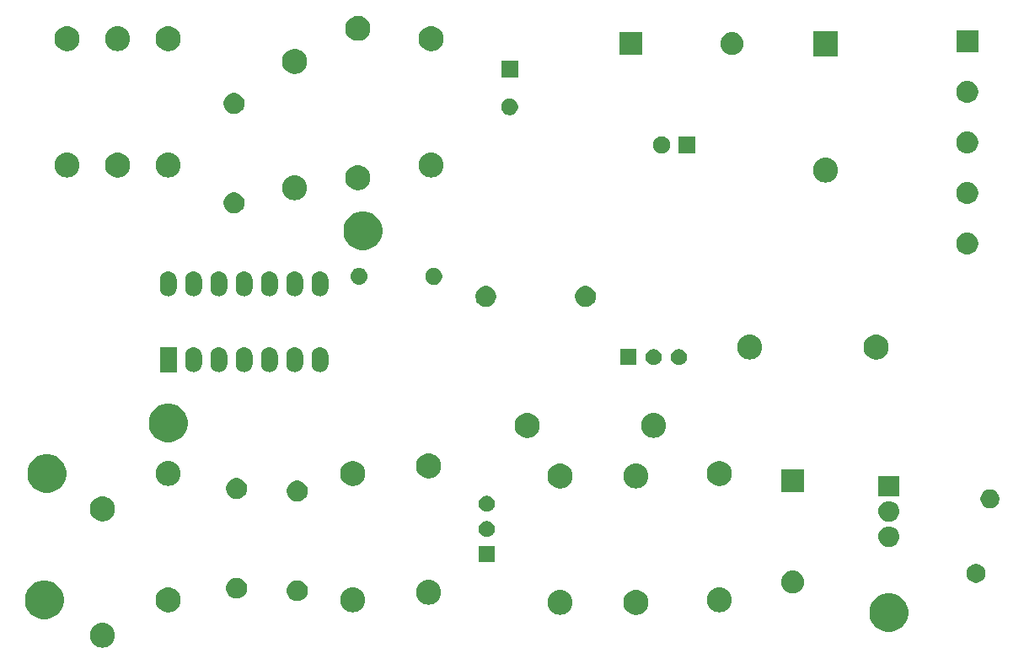
<source format=gbr>
G04 #@! TF.GenerationSoftware,KiCad,Pcbnew,(5.0.1)-4*
G04 #@! TF.CreationDate,2020-04-28T21:10:57-04:00*
G04 #@! TF.ProjectId,EFC_DIY_version,4546435F4449595F76657273696F6E2E,v01*
G04 #@! TF.SameCoordinates,Original*
G04 #@! TF.FileFunction,Soldermask,Bot*
G04 #@! TF.FilePolarity,Negative*
%FSLAX46Y46*%
G04 Gerber Fmt 4.6, Leading zero omitted, Abs format (unit mm)*
G04 Created by KiCad (PCBNEW (5.0.1)-4) date 4/28/2020 9:10:57 PM*
%MOMM*%
%LPD*%
G01*
G04 APERTURE LIST*
%ADD10C,0.100000*%
G04 APERTURE END LIST*
D10*
G36*
X129531239Y-103923101D02*
X129767053Y-103994634D01*
X129984381Y-104110799D01*
X130174871Y-104267129D01*
X130331201Y-104457619D01*
X130447366Y-104674947D01*
X130518899Y-104910761D01*
X130543053Y-105156000D01*
X130518899Y-105401239D01*
X130447366Y-105637053D01*
X130331201Y-105854381D01*
X130174871Y-106044871D01*
X129984381Y-106201201D01*
X129767053Y-106317366D01*
X129531239Y-106388899D01*
X129347457Y-106407000D01*
X129224543Y-106407000D01*
X129040761Y-106388899D01*
X128804947Y-106317366D01*
X128587619Y-106201201D01*
X128397129Y-106044871D01*
X128240799Y-105854381D01*
X128124634Y-105637053D01*
X128053101Y-105401239D01*
X128028947Y-105156000D01*
X128053101Y-104910761D01*
X128124634Y-104674947D01*
X128240799Y-104457619D01*
X128397129Y-104267129D01*
X128587619Y-104110799D01*
X128804947Y-103994634D01*
X129040761Y-103923101D01*
X129224543Y-103905000D01*
X129347457Y-103905000D01*
X129531239Y-103923101D01*
X129531239Y-103923101D01*
G37*
G36*
X208849083Y-100993975D02*
X208849085Y-100993976D01*
X208849086Y-100993976D01*
X209204145Y-101141046D01*
X209225955Y-101155619D01*
X209523693Y-101354561D01*
X209795439Y-101626307D01*
X209795441Y-101626310D01*
X210008954Y-101945855D01*
X210122054Y-102218903D01*
X210156025Y-102300917D01*
X210231000Y-102677842D01*
X210231000Y-103062158D01*
X210226079Y-103086899D01*
X210156024Y-103439086D01*
X210008954Y-103794145D01*
X210008953Y-103794146D01*
X209795439Y-104113693D01*
X209523693Y-104385439D01*
X209523690Y-104385441D01*
X209204145Y-104598954D01*
X208849086Y-104746024D01*
X208849085Y-104746024D01*
X208849083Y-104746025D01*
X208472158Y-104821000D01*
X208087842Y-104821000D01*
X207710917Y-104746025D01*
X207710915Y-104746024D01*
X207710914Y-104746024D01*
X207355855Y-104598954D01*
X207036310Y-104385441D01*
X207036307Y-104385439D01*
X206764561Y-104113693D01*
X206551047Y-103794146D01*
X206551046Y-103794145D01*
X206403976Y-103439086D01*
X206333922Y-103086899D01*
X206329000Y-103062158D01*
X206329000Y-102677842D01*
X206403975Y-102300917D01*
X206437946Y-102218903D01*
X206551046Y-101945855D01*
X206764559Y-101626310D01*
X206764561Y-101626307D01*
X207036307Y-101354561D01*
X207334045Y-101155619D01*
X207355855Y-101141046D01*
X207710914Y-100993976D01*
X207710915Y-100993976D01*
X207710917Y-100993975D01*
X208087842Y-100919000D01*
X208472158Y-100919000D01*
X208849083Y-100993975D01*
X208849083Y-100993975D01*
G37*
G36*
X124013083Y-99723975D02*
X124013085Y-99723976D01*
X124013086Y-99723976D01*
X124368145Y-99871046D01*
X124485006Y-99949130D01*
X124687693Y-100084561D01*
X124959439Y-100356307D01*
X124959441Y-100356310D01*
X125172954Y-100675855D01*
X125304723Y-100993975D01*
X125320025Y-101030917D01*
X125395000Y-101407842D01*
X125395000Y-101792158D01*
X125333918Y-102099239D01*
X125320024Y-102169086D01*
X125172954Y-102524145D01*
X124966651Y-102832899D01*
X124959439Y-102843693D01*
X124687693Y-103115439D01*
X124687690Y-103115441D01*
X124368145Y-103328954D01*
X124013086Y-103476024D01*
X124013085Y-103476024D01*
X124013083Y-103476025D01*
X123636158Y-103551000D01*
X123251842Y-103551000D01*
X122874917Y-103476025D01*
X122874915Y-103476024D01*
X122874914Y-103476024D01*
X122519855Y-103328954D01*
X122200310Y-103115441D01*
X122200307Y-103115439D01*
X121928561Y-102843693D01*
X121921349Y-102832899D01*
X121715046Y-102524145D01*
X121567976Y-102169086D01*
X121554083Y-102099239D01*
X121493000Y-101792158D01*
X121493000Y-101407842D01*
X121567975Y-101030917D01*
X121583277Y-100993975D01*
X121715046Y-100675855D01*
X121928559Y-100356310D01*
X121928561Y-100356307D01*
X122200307Y-100084561D01*
X122402994Y-99949130D01*
X122519855Y-99871046D01*
X122874914Y-99723976D01*
X122874915Y-99723976D01*
X122874917Y-99723975D01*
X123251842Y-99649000D01*
X123636158Y-99649000D01*
X124013083Y-99723975D01*
X124013083Y-99723975D01*
G37*
G36*
X175505239Y-100621101D02*
X175741053Y-100692634D01*
X175958381Y-100808799D01*
X176148871Y-100965129D01*
X176305201Y-101155619D01*
X176421366Y-101372947D01*
X176492899Y-101608761D01*
X176517053Y-101854000D01*
X176492899Y-102099239D01*
X176421366Y-102335053D01*
X176305201Y-102552381D01*
X176148871Y-102742871D01*
X175958381Y-102899201D01*
X175741053Y-103015366D01*
X175505239Y-103086899D01*
X175321457Y-103105000D01*
X175198543Y-103105000D01*
X175014761Y-103086899D01*
X174778947Y-103015366D01*
X174561619Y-102899201D01*
X174371129Y-102742871D01*
X174214799Y-102552381D01*
X174098634Y-102335053D01*
X174027101Y-102099239D01*
X174002947Y-101854000D01*
X174027101Y-101608761D01*
X174098634Y-101372947D01*
X174214799Y-101155619D01*
X174371129Y-100965129D01*
X174561619Y-100808799D01*
X174778947Y-100692634D01*
X175014761Y-100621101D01*
X175198543Y-100603000D01*
X175321457Y-100603000D01*
X175505239Y-100621101D01*
X175505239Y-100621101D01*
G37*
G36*
X183063636Y-100615019D02*
X183244903Y-100651075D01*
X183472571Y-100745378D01*
X183567488Y-100808800D01*
X183677469Y-100882287D01*
X183851713Y-101056531D01*
X183851715Y-101056534D01*
X183988622Y-101261429D01*
X184082925Y-101489097D01*
X184106852Y-101609385D01*
X184129494Y-101723213D01*
X184131000Y-101730787D01*
X184131000Y-101977213D01*
X184082925Y-102218903D01*
X183988622Y-102446571D01*
X183917921Y-102552382D01*
X183851713Y-102651469D01*
X183677469Y-102825713D01*
X183677466Y-102825715D01*
X183472571Y-102962622D01*
X183244903Y-103056925D01*
X183094213Y-103086899D01*
X183003214Y-103105000D01*
X182756786Y-103105000D01*
X182665787Y-103086899D01*
X182515097Y-103056925D01*
X182287429Y-102962622D01*
X182082534Y-102825715D01*
X182082531Y-102825713D01*
X181908287Y-102651469D01*
X181842079Y-102552382D01*
X181771378Y-102446571D01*
X181677075Y-102218903D01*
X181629000Y-101977213D01*
X181629000Y-101730787D01*
X181630507Y-101723213D01*
X181653148Y-101609385D01*
X181677075Y-101489097D01*
X181771378Y-101261429D01*
X181908285Y-101056534D01*
X181908287Y-101056531D01*
X182082531Y-100882287D01*
X182192512Y-100808800D01*
X182287429Y-100745378D01*
X182515097Y-100651075D01*
X182696364Y-100615019D01*
X182756786Y-100603000D01*
X183003214Y-100603000D01*
X183063636Y-100615019D01*
X183063636Y-100615019D01*
G37*
G36*
X191507239Y-100367101D02*
X191743053Y-100438634D01*
X191960381Y-100554799D01*
X192150871Y-100711129D01*
X192307201Y-100901619D01*
X192423366Y-101118947D01*
X192494899Y-101354761D01*
X192519053Y-101600000D01*
X192494899Y-101845239D01*
X192423366Y-102081053D01*
X192307201Y-102298381D01*
X192150871Y-102488871D01*
X191960381Y-102645201D01*
X191743053Y-102761366D01*
X191507239Y-102832899D01*
X191323457Y-102851000D01*
X191200543Y-102851000D01*
X191016761Y-102832899D01*
X190780947Y-102761366D01*
X190563619Y-102645201D01*
X190373129Y-102488871D01*
X190216799Y-102298381D01*
X190100634Y-102081053D01*
X190029101Y-101845239D01*
X190004947Y-101600000D01*
X190029101Y-101354761D01*
X190100634Y-101118947D01*
X190216799Y-100901619D01*
X190373129Y-100711129D01*
X190563619Y-100554799D01*
X190780947Y-100438634D01*
X191016761Y-100367101D01*
X191200543Y-100349000D01*
X191323457Y-100349000D01*
X191507239Y-100367101D01*
X191507239Y-100367101D01*
G37*
G36*
X154677239Y-100367101D02*
X154913053Y-100438634D01*
X155130381Y-100554799D01*
X155320871Y-100711129D01*
X155477201Y-100901619D01*
X155593366Y-101118947D01*
X155664899Y-101354761D01*
X155689053Y-101600000D01*
X155664899Y-101845239D01*
X155593366Y-102081053D01*
X155477201Y-102298381D01*
X155320871Y-102488871D01*
X155130381Y-102645201D01*
X154913053Y-102761366D01*
X154677239Y-102832899D01*
X154493457Y-102851000D01*
X154370543Y-102851000D01*
X154186761Y-102832899D01*
X153950947Y-102761366D01*
X153733619Y-102645201D01*
X153543129Y-102488871D01*
X153386799Y-102298381D01*
X153270634Y-102081053D01*
X153199101Y-101845239D01*
X153174947Y-101600000D01*
X153199101Y-101354761D01*
X153270634Y-101118947D01*
X153386799Y-100901619D01*
X153543129Y-100711129D01*
X153733619Y-100554799D01*
X153950947Y-100438634D01*
X154186761Y-100367101D01*
X154370543Y-100349000D01*
X154493457Y-100349000D01*
X154677239Y-100367101D01*
X154677239Y-100367101D01*
G37*
G36*
X136073635Y-100361019D02*
X136254903Y-100397075D01*
X136482571Y-100491378D01*
X136649624Y-100603000D01*
X136687469Y-100628287D01*
X136861713Y-100802531D01*
X136861715Y-100802534D01*
X136998622Y-101007429D01*
X137092925Y-101235097D01*
X137120345Y-101372947D01*
X137141000Y-101476786D01*
X137141000Y-101723214D01*
X137128981Y-101783635D01*
X137092925Y-101964903D01*
X136998622Y-102192571D01*
X136927921Y-102298382D01*
X136861713Y-102397469D01*
X136687469Y-102571713D01*
X136687466Y-102571715D01*
X136482571Y-102708622D01*
X136254903Y-102802925D01*
X136104213Y-102832899D01*
X136013214Y-102851000D01*
X135766786Y-102851000D01*
X135675787Y-102832899D01*
X135525097Y-102802925D01*
X135297429Y-102708622D01*
X135092534Y-102571715D01*
X135092531Y-102571713D01*
X134918287Y-102397469D01*
X134852079Y-102298382D01*
X134781378Y-102192571D01*
X134687075Y-101964903D01*
X134651019Y-101783635D01*
X134639000Y-101723214D01*
X134639000Y-101476786D01*
X134659655Y-101372947D01*
X134687075Y-101235097D01*
X134781378Y-101007429D01*
X134918285Y-100802534D01*
X134918287Y-100802531D01*
X135092531Y-100628287D01*
X135130376Y-100603000D01*
X135297429Y-100491378D01*
X135525097Y-100397075D01*
X135706364Y-100361019D01*
X135766786Y-100349000D01*
X136013214Y-100349000D01*
X136073635Y-100361019D01*
X136073635Y-100361019D01*
G37*
G36*
X162297239Y-99605101D02*
X162533053Y-99676634D01*
X162750381Y-99792799D01*
X162940871Y-99949129D01*
X163097201Y-100139619D01*
X163213366Y-100356947D01*
X163284899Y-100592761D01*
X163309053Y-100838000D01*
X163284899Y-101083239D01*
X163213366Y-101319053D01*
X163097201Y-101536381D01*
X162940871Y-101726871D01*
X162750381Y-101883201D01*
X162533053Y-101999366D01*
X162297239Y-102070899D01*
X162113457Y-102089000D01*
X161990543Y-102089000D01*
X161806761Y-102070899D01*
X161570947Y-101999366D01*
X161353619Y-101883201D01*
X161163129Y-101726871D01*
X161006799Y-101536381D01*
X160890634Y-101319053D01*
X160819101Y-101083239D01*
X160794947Y-100838000D01*
X160819101Y-100592761D01*
X160890634Y-100356947D01*
X161006799Y-100139619D01*
X161163129Y-99949129D01*
X161353619Y-99792799D01*
X161570947Y-99676634D01*
X161806761Y-99605101D01*
X161990543Y-99587000D01*
X162113457Y-99587000D01*
X162297239Y-99605101D01*
X162297239Y-99605101D01*
G37*
G36*
X149150565Y-99667389D02*
X149341834Y-99746615D01*
X149513976Y-99861637D01*
X149660363Y-100008024D01*
X149775385Y-100180166D01*
X149854611Y-100371435D01*
X149895000Y-100574484D01*
X149895000Y-100781516D01*
X149854611Y-100984565D01*
X149775385Y-101175834D01*
X149660363Y-101347976D01*
X149513976Y-101494363D01*
X149341834Y-101609385D01*
X149150565Y-101688611D01*
X148947516Y-101729000D01*
X148740484Y-101729000D01*
X148537435Y-101688611D01*
X148346166Y-101609385D01*
X148174024Y-101494363D01*
X148027637Y-101347976D01*
X147912615Y-101175834D01*
X147833389Y-100984565D01*
X147793000Y-100781516D01*
X147793000Y-100574484D01*
X147833389Y-100371435D01*
X147912615Y-100180166D01*
X148027637Y-100008024D01*
X148174024Y-99861637D01*
X148346166Y-99746615D01*
X148537435Y-99667389D01*
X148740484Y-99627000D01*
X148947516Y-99627000D01*
X149150565Y-99667389D01*
X149150565Y-99667389D01*
G37*
G36*
X143054565Y-99413389D02*
X143245834Y-99492615D01*
X143417976Y-99607637D01*
X143564363Y-99754024D01*
X143679385Y-99926166D01*
X143758611Y-100117435D01*
X143799000Y-100320484D01*
X143799000Y-100527516D01*
X143758611Y-100730565D01*
X143679385Y-100921834D01*
X143564363Y-101093976D01*
X143417976Y-101240363D01*
X143245834Y-101355385D01*
X143054565Y-101434611D01*
X142851516Y-101475000D01*
X142644484Y-101475000D01*
X142441435Y-101434611D01*
X142250166Y-101355385D01*
X142078024Y-101240363D01*
X141931637Y-101093976D01*
X141816615Y-100921834D01*
X141737389Y-100730565D01*
X141697000Y-100527516D01*
X141697000Y-100320484D01*
X141737389Y-100117435D01*
X141816615Y-99926166D01*
X141931637Y-99754024D01*
X142078024Y-99607637D01*
X142250166Y-99492615D01*
X142441435Y-99413389D01*
X142644484Y-99373000D01*
X142851516Y-99373000D01*
X143054565Y-99413389D01*
X143054565Y-99413389D01*
G37*
G36*
X198752180Y-98677662D02*
X198853635Y-98687654D01*
X199070600Y-98753470D01*
X199070602Y-98753471D01*
X199070605Y-98753472D01*
X199270556Y-98860347D01*
X199445818Y-99004182D01*
X199589653Y-99179444D01*
X199696528Y-99379395D01*
X199696529Y-99379398D01*
X199696530Y-99379400D01*
X199762346Y-99596365D01*
X199784569Y-99822000D01*
X199762346Y-100047635D01*
X199696530Y-100264600D01*
X199696528Y-100264605D01*
X199589653Y-100464556D01*
X199445818Y-100639818D01*
X199270556Y-100783653D01*
X199070605Y-100890528D01*
X199070602Y-100890529D01*
X199070600Y-100890530D01*
X198853635Y-100956346D01*
X198764459Y-100965129D01*
X198684545Y-100973000D01*
X198571455Y-100973000D01*
X198491541Y-100965129D01*
X198402365Y-100956346D01*
X198185400Y-100890530D01*
X198185398Y-100890529D01*
X198185395Y-100890528D01*
X197985444Y-100783653D01*
X197810182Y-100639818D01*
X197666347Y-100464556D01*
X197559472Y-100264605D01*
X197559470Y-100264600D01*
X197493654Y-100047635D01*
X197471431Y-99822000D01*
X197493654Y-99596365D01*
X197559470Y-99379400D01*
X197559471Y-99379398D01*
X197559472Y-99379395D01*
X197666347Y-99179444D01*
X197810182Y-99004182D01*
X197985444Y-98860347D01*
X198185395Y-98753472D01*
X198185398Y-98753471D01*
X198185400Y-98753470D01*
X198402365Y-98687654D01*
X198503820Y-98677662D01*
X198571455Y-98671000D01*
X198684545Y-98671000D01*
X198752180Y-98677662D01*
X198752180Y-98677662D01*
G37*
G36*
X217317396Y-98025546D02*
X217490466Y-98097234D01*
X217646230Y-98201312D01*
X217778688Y-98333770D01*
X217882766Y-98489534D01*
X217954454Y-98662604D01*
X217991000Y-98846333D01*
X217991000Y-99033667D01*
X217954454Y-99217396D01*
X217882766Y-99390466D01*
X217778688Y-99546230D01*
X217646230Y-99678688D01*
X217490466Y-99782766D01*
X217317396Y-99854454D01*
X217133667Y-99891000D01*
X216946333Y-99891000D01*
X216762604Y-99854454D01*
X216589534Y-99782766D01*
X216433770Y-99678688D01*
X216301312Y-99546230D01*
X216197234Y-99390466D01*
X216125546Y-99217396D01*
X216089000Y-99033667D01*
X216089000Y-98846333D01*
X216125546Y-98662604D01*
X216197234Y-98489534D01*
X216301312Y-98333770D01*
X216433770Y-98201312D01*
X216589534Y-98097234D01*
X216762604Y-98025546D01*
X216946333Y-97989000D01*
X217133667Y-97989000D01*
X217317396Y-98025546D01*
X217317396Y-98025546D01*
G37*
G36*
X168695000Y-97829000D02*
X167093000Y-97829000D01*
X167093000Y-96227000D01*
X168695000Y-96227000D01*
X168695000Y-97829000D01*
X168695000Y-97829000D01*
G37*
G36*
X208435764Y-94252308D02*
X208524220Y-94261020D01*
X208713381Y-94318401D01*
X208887712Y-94411583D01*
X209040515Y-94536985D01*
X209165917Y-94689788D01*
X209259099Y-94864119D01*
X209316480Y-95053280D01*
X209335855Y-95250000D01*
X209316480Y-95446720D01*
X209259099Y-95635881D01*
X209165917Y-95810212D01*
X209040515Y-95963015D01*
X208887712Y-96088417D01*
X208713381Y-96181599D01*
X208524220Y-96238980D01*
X208435764Y-96247692D01*
X208376796Y-96253500D01*
X208183204Y-96253500D01*
X208124236Y-96247692D01*
X208035780Y-96238980D01*
X207846619Y-96181599D01*
X207672288Y-96088417D01*
X207519485Y-95963015D01*
X207394083Y-95810212D01*
X207300901Y-95635881D01*
X207243520Y-95446720D01*
X207224145Y-95250000D01*
X207243520Y-95053280D01*
X207300901Y-94864119D01*
X207394083Y-94689788D01*
X207519485Y-94536985D01*
X207672288Y-94411583D01*
X207846619Y-94318401D01*
X208035780Y-94261020D01*
X208124236Y-94252308D01*
X208183204Y-94246500D01*
X208376796Y-94246500D01*
X208435764Y-94252308D01*
X208435764Y-94252308D01*
G37*
G36*
X168127643Y-93717781D02*
X168273415Y-93778162D01*
X168404611Y-93865824D01*
X168516176Y-93977389D01*
X168603838Y-94108585D01*
X168664219Y-94254357D01*
X168695000Y-94409107D01*
X168695000Y-94566893D01*
X168664219Y-94721643D01*
X168603838Y-94867415D01*
X168516176Y-94998611D01*
X168404611Y-95110176D01*
X168273415Y-95197838D01*
X168127643Y-95258219D01*
X167972893Y-95289000D01*
X167815107Y-95289000D01*
X167660357Y-95258219D01*
X167514585Y-95197838D01*
X167383389Y-95110176D01*
X167271824Y-94998611D01*
X167184162Y-94867415D01*
X167123781Y-94721643D01*
X167093000Y-94566893D01*
X167093000Y-94409107D01*
X167123781Y-94254357D01*
X167184162Y-94108585D01*
X167271824Y-93977389D01*
X167383389Y-93865824D01*
X167514585Y-93778162D01*
X167660357Y-93717781D01*
X167815107Y-93687000D01*
X167972893Y-93687000D01*
X168127643Y-93717781D01*
X168127643Y-93717781D01*
G37*
G36*
X208435764Y-91712308D02*
X208524220Y-91721020D01*
X208713381Y-91778401D01*
X208887712Y-91871583D01*
X209040515Y-91996985D01*
X209165917Y-92149788D01*
X209259099Y-92324119D01*
X209316480Y-92513280D01*
X209335855Y-92710000D01*
X209316480Y-92906720D01*
X209259099Y-93095881D01*
X209165917Y-93270212D01*
X209040515Y-93423015D01*
X208887712Y-93548417D01*
X208713381Y-93641599D01*
X208524220Y-93698980D01*
X208442790Y-93707000D01*
X208376796Y-93713500D01*
X208183204Y-93713500D01*
X208117210Y-93707000D01*
X208035780Y-93698980D01*
X207846619Y-93641599D01*
X207672288Y-93548417D01*
X207519485Y-93423015D01*
X207394083Y-93270212D01*
X207300901Y-93095881D01*
X207243520Y-92906720D01*
X207224145Y-92710000D01*
X207243520Y-92513280D01*
X207300901Y-92324119D01*
X207394083Y-92149788D01*
X207519485Y-91996985D01*
X207672288Y-91871583D01*
X207846619Y-91778401D01*
X208035780Y-91721020D01*
X208124236Y-91712308D01*
X208183204Y-91706500D01*
X208376796Y-91706500D01*
X208435764Y-91712308D01*
X208435764Y-91712308D01*
G37*
G36*
X129469636Y-91217019D02*
X129650903Y-91253075D01*
X129878571Y-91347378D01*
X130069570Y-91475000D01*
X130083469Y-91484287D01*
X130257713Y-91658531D01*
X130257715Y-91658534D01*
X130394622Y-91863429D01*
X130488925Y-92091097D01*
X130524981Y-92272364D01*
X130535932Y-92327415D01*
X130537000Y-92332787D01*
X130537000Y-92579213D01*
X130488925Y-92820903D01*
X130394622Y-93048571D01*
X130258332Y-93252542D01*
X130257713Y-93253469D01*
X130083469Y-93427713D01*
X130083466Y-93427715D01*
X129878571Y-93564622D01*
X129650903Y-93658925D01*
X129469635Y-93694981D01*
X129409214Y-93707000D01*
X129162786Y-93707000D01*
X129102364Y-93694981D01*
X128921097Y-93658925D01*
X128693429Y-93564622D01*
X128488534Y-93427715D01*
X128488531Y-93427713D01*
X128314287Y-93253469D01*
X128313668Y-93252542D01*
X128177378Y-93048571D01*
X128083075Y-92820903D01*
X128035000Y-92579213D01*
X128035000Y-92332787D01*
X128036069Y-92327415D01*
X128047019Y-92272364D01*
X128083075Y-92091097D01*
X128177378Y-91863429D01*
X128314285Y-91658534D01*
X128314287Y-91658531D01*
X128488531Y-91484287D01*
X128502430Y-91475000D01*
X128693429Y-91347378D01*
X128921097Y-91253075D01*
X129102364Y-91217019D01*
X129162786Y-91205000D01*
X129409214Y-91205000D01*
X129469636Y-91217019D01*
X129469636Y-91217019D01*
G37*
G36*
X168127643Y-91177781D02*
X168273415Y-91238162D01*
X168404611Y-91325824D01*
X168516176Y-91437389D01*
X168603838Y-91568585D01*
X168664219Y-91714357D01*
X168695000Y-91869107D01*
X168695000Y-92026893D01*
X168664219Y-92181643D01*
X168603838Y-92327415D01*
X168516176Y-92458611D01*
X168404611Y-92570176D01*
X168273415Y-92657838D01*
X168127643Y-92718219D01*
X167972893Y-92749000D01*
X167815107Y-92749000D01*
X167660357Y-92718219D01*
X167514585Y-92657838D01*
X167383389Y-92570176D01*
X167271824Y-92458611D01*
X167184162Y-92327415D01*
X167123781Y-92181643D01*
X167093000Y-92026893D01*
X167093000Y-91869107D01*
X167123781Y-91714357D01*
X167184162Y-91568585D01*
X167271824Y-91437389D01*
X167383389Y-91325824D01*
X167514585Y-91238162D01*
X167660357Y-91177781D01*
X167815107Y-91147000D01*
X167972893Y-91147000D01*
X168127643Y-91177781D01*
X168127643Y-91177781D01*
G37*
G36*
X218717396Y-90525546D02*
X218890466Y-90597234D01*
X219046230Y-90701312D01*
X219178688Y-90833770D01*
X219282766Y-90989534D01*
X219354454Y-91162604D01*
X219391000Y-91346333D01*
X219391000Y-91533667D01*
X219354454Y-91717396D01*
X219282766Y-91890466D01*
X219178688Y-92046230D01*
X219046230Y-92178688D01*
X218890466Y-92282766D01*
X218717396Y-92354454D01*
X218533667Y-92391000D01*
X218346333Y-92391000D01*
X218162604Y-92354454D01*
X217989534Y-92282766D01*
X217833770Y-92178688D01*
X217701312Y-92046230D01*
X217597234Y-91890466D01*
X217525546Y-91717396D01*
X217489000Y-91533667D01*
X217489000Y-91346333D01*
X217525546Y-91162604D01*
X217597234Y-90989534D01*
X217701312Y-90833770D01*
X217833770Y-90701312D01*
X217989534Y-90597234D01*
X218162604Y-90525546D01*
X218346333Y-90489000D01*
X218533667Y-90489000D01*
X218717396Y-90525546D01*
X218717396Y-90525546D01*
G37*
G36*
X149150565Y-89667389D02*
X149341834Y-89746615D01*
X149513976Y-89861637D01*
X149660363Y-90008024D01*
X149775385Y-90180166D01*
X149854611Y-90371435D01*
X149895000Y-90574484D01*
X149895000Y-90781516D01*
X149854611Y-90984565D01*
X149775385Y-91175834D01*
X149660363Y-91347976D01*
X149513976Y-91494363D01*
X149341834Y-91609385D01*
X149150565Y-91688611D01*
X148947516Y-91729000D01*
X148740484Y-91729000D01*
X148537435Y-91688611D01*
X148346166Y-91609385D01*
X148174024Y-91494363D01*
X148027637Y-91347976D01*
X147912615Y-91175834D01*
X147833389Y-90984565D01*
X147793000Y-90781516D01*
X147793000Y-90574484D01*
X147833389Y-90371435D01*
X147912615Y-90180166D01*
X148027637Y-90008024D01*
X148174024Y-89861637D01*
X148346166Y-89746615D01*
X148537435Y-89667389D01*
X148740484Y-89627000D01*
X148947516Y-89627000D01*
X149150565Y-89667389D01*
X149150565Y-89667389D01*
G37*
G36*
X143054565Y-89413389D02*
X143245834Y-89492615D01*
X143417976Y-89607637D01*
X143564363Y-89754024D01*
X143679385Y-89926166D01*
X143758611Y-90117435D01*
X143799000Y-90320484D01*
X143799000Y-90527516D01*
X143758611Y-90730565D01*
X143679385Y-90921834D01*
X143564363Y-91093976D01*
X143417976Y-91240363D01*
X143245834Y-91355385D01*
X143054565Y-91434611D01*
X142851516Y-91475000D01*
X142644484Y-91475000D01*
X142441435Y-91434611D01*
X142250166Y-91355385D01*
X142078024Y-91240363D01*
X141931637Y-91093976D01*
X141816615Y-90921834D01*
X141737389Y-90730565D01*
X141697000Y-90527516D01*
X141697000Y-90320484D01*
X141737389Y-90117435D01*
X141816615Y-89926166D01*
X141931637Y-89754024D01*
X142078024Y-89607637D01*
X142250166Y-89492615D01*
X142441435Y-89413389D01*
X142644484Y-89373000D01*
X142851516Y-89373000D01*
X143054565Y-89413389D01*
X143054565Y-89413389D01*
G37*
G36*
X209331000Y-91173500D02*
X207229000Y-91173500D01*
X207229000Y-89166500D01*
X209331000Y-89166500D01*
X209331000Y-91173500D01*
X209331000Y-91173500D01*
G37*
G36*
X124267083Y-87023975D02*
X124267085Y-87023976D01*
X124267086Y-87023976D01*
X124622145Y-87171046D01*
X124622146Y-87171047D01*
X124941693Y-87384561D01*
X125213439Y-87656307D01*
X125213441Y-87656310D01*
X125426954Y-87975855D01*
X125520468Y-88201618D01*
X125574025Y-88330917D01*
X125649000Y-88707842D01*
X125649000Y-89092158D01*
X125587918Y-89399239D01*
X125574024Y-89469086D01*
X125426954Y-89824145D01*
X125220651Y-90132899D01*
X125213439Y-90143693D01*
X124941693Y-90415439D01*
X124941690Y-90415441D01*
X124622145Y-90628954D01*
X124267086Y-90776024D01*
X124267085Y-90776024D01*
X124267083Y-90776025D01*
X123890158Y-90851000D01*
X123505842Y-90851000D01*
X123128917Y-90776025D01*
X123128915Y-90776024D01*
X123128914Y-90776024D01*
X122773855Y-90628954D01*
X122454310Y-90415441D01*
X122454307Y-90415439D01*
X122182561Y-90143693D01*
X122175349Y-90132899D01*
X121969046Y-89824145D01*
X121821976Y-89469086D01*
X121808083Y-89399239D01*
X121747000Y-89092158D01*
X121747000Y-88707842D01*
X121821975Y-88330917D01*
X121875532Y-88201618D01*
X121969046Y-87975855D01*
X122182559Y-87656310D01*
X122182561Y-87656307D01*
X122454307Y-87384561D01*
X122773854Y-87171047D01*
X122773855Y-87171046D01*
X123128914Y-87023976D01*
X123128915Y-87023976D01*
X123128917Y-87023975D01*
X123505842Y-86949000D01*
X123890158Y-86949000D01*
X124267083Y-87023975D01*
X124267083Y-87023975D01*
G37*
G36*
X199779000Y-90813000D02*
X197477000Y-90813000D01*
X197477000Y-88511000D01*
X199779000Y-88511000D01*
X199779000Y-90813000D01*
X199779000Y-90813000D01*
G37*
G36*
X183125239Y-87921101D02*
X183361053Y-87992634D01*
X183578381Y-88108799D01*
X183768871Y-88265129D01*
X183925201Y-88455619D01*
X184041366Y-88672947D01*
X184112899Y-88908761D01*
X184137053Y-89154000D01*
X184112899Y-89399239D01*
X184041366Y-89635053D01*
X183925201Y-89852381D01*
X183768871Y-90042871D01*
X183578381Y-90199201D01*
X183361053Y-90315366D01*
X183125239Y-90386899D01*
X182941457Y-90405000D01*
X182818543Y-90405000D01*
X182634761Y-90386899D01*
X182398947Y-90315366D01*
X182181619Y-90199201D01*
X181991129Y-90042871D01*
X181834799Y-89852381D01*
X181718634Y-89635053D01*
X181647101Y-89399239D01*
X181622947Y-89154000D01*
X181647101Y-88908761D01*
X181718634Y-88672947D01*
X181834799Y-88455619D01*
X181991129Y-88265129D01*
X182181619Y-88108799D01*
X182398947Y-87992634D01*
X182634761Y-87921101D01*
X182818543Y-87903000D01*
X182941457Y-87903000D01*
X183125239Y-87921101D01*
X183125239Y-87921101D01*
G37*
G36*
X175443635Y-87915019D02*
X175624903Y-87951075D01*
X175852571Y-88045378D01*
X175947488Y-88108800D01*
X176057469Y-88182287D01*
X176231713Y-88356531D01*
X176231715Y-88356534D01*
X176368622Y-88561429D01*
X176462925Y-88789097D01*
X176492040Y-88935469D01*
X176509494Y-89023213D01*
X176511000Y-89030787D01*
X176511000Y-89277213D01*
X176462925Y-89518903D01*
X176368622Y-89746571D01*
X176297921Y-89852382D01*
X176231713Y-89951469D01*
X176057469Y-90125713D01*
X176057466Y-90125715D01*
X175852571Y-90262622D01*
X175624903Y-90356925D01*
X175474213Y-90386899D01*
X175383214Y-90405000D01*
X175136786Y-90405000D01*
X175045787Y-90386899D01*
X174895097Y-90356925D01*
X174667429Y-90262622D01*
X174462534Y-90125715D01*
X174462531Y-90125713D01*
X174288287Y-89951469D01*
X174222079Y-89852382D01*
X174151378Y-89746571D01*
X174057075Y-89518903D01*
X174009000Y-89277213D01*
X174009000Y-89030787D01*
X174010507Y-89023213D01*
X174027960Y-88935469D01*
X174057075Y-88789097D01*
X174151378Y-88561429D01*
X174288285Y-88356534D01*
X174288287Y-88356531D01*
X174462531Y-88182287D01*
X174572512Y-88108800D01*
X174667429Y-88045378D01*
X174895097Y-87951075D01*
X175076365Y-87915019D01*
X175136786Y-87903000D01*
X175383214Y-87903000D01*
X175443635Y-87915019D01*
X175443635Y-87915019D01*
G37*
G36*
X154591948Y-87656307D02*
X154796903Y-87697075D01*
X155024571Y-87791378D01*
X155119488Y-87854800D01*
X155229469Y-87928287D01*
X155403713Y-88102531D01*
X155403715Y-88102534D01*
X155540622Y-88307429D01*
X155634925Y-88535097D01*
X155662345Y-88672947D01*
X155683000Y-88776786D01*
X155683000Y-89023214D01*
X155670981Y-89083636D01*
X155634925Y-89264903D01*
X155540622Y-89492571D01*
X155469921Y-89598382D01*
X155403713Y-89697469D01*
X155229469Y-89871713D01*
X155229466Y-89871715D01*
X155024571Y-90008622D01*
X154796903Y-90102925D01*
X154646213Y-90132899D01*
X154555214Y-90151000D01*
X154308786Y-90151000D01*
X154217787Y-90132899D01*
X154067097Y-90102925D01*
X153839429Y-90008622D01*
X153634534Y-89871715D01*
X153634531Y-89871713D01*
X153460287Y-89697469D01*
X153394079Y-89598382D01*
X153323378Y-89492571D01*
X153229075Y-89264903D01*
X153193019Y-89083636D01*
X153181000Y-89023214D01*
X153181000Y-88776786D01*
X153201655Y-88672947D01*
X153229075Y-88535097D01*
X153323378Y-88307429D01*
X153460285Y-88102534D01*
X153460287Y-88102531D01*
X153634531Y-87928287D01*
X153744512Y-87854800D01*
X153839429Y-87791378D01*
X154067097Y-87697075D01*
X154272052Y-87656307D01*
X154308786Y-87649000D01*
X154555214Y-87649000D01*
X154591948Y-87656307D01*
X154591948Y-87656307D01*
G37*
G36*
X191421948Y-87656307D02*
X191626903Y-87697075D01*
X191854571Y-87791378D01*
X191949488Y-87854800D01*
X192059469Y-87928287D01*
X192233713Y-88102531D01*
X192233715Y-88102534D01*
X192370622Y-88307429D01*
X192464925Y-88535097D01*
X192492345Y-88672947D01*
X192513000Y-88776786D01*
X192513000Y-89023214D01*
X192500981Y-89083636D01*
X192464925Y-89264903D01*
X192370622Y-89492571D01*
X192299921Y-89598382D01*
X192233713Y-89697469D01*
X192059469Y-89871713D01*
X192059466Y-89871715D01*
X191854571Y-90008622D01*
X191626903Y-90102925D01*
X191476213Y-90132899D01*
X191385214Y-90151000D01*
X191138786Y-90151000D01*
X191047787Y-90132899D01*
X190897097Y-90102925D01*
X190669429Y-90008622D01*
X190464534Y-89871715D01*
X190464531Y-89871713D01*
X190290287Y-89697469D01*
X190224079Y-89598382D01*
X190153378Y-89492571D01*
X190059075Y-89264903D01*
X190023019Y-89083636D01*
X190011000Y-89023214D01*
X190011000Y-88776786D01*
X190031655Y-88672947D01*
X190059075Y-88535097D01*
X190153378Y-88307429D01*
X190290285Y-88102534D01*
X190290287Y-88102531D01*
X190464531Y-87928287D01*
X190574512Y-87854800D01*
X190669429Y-87791378D01*
X190897097Y-87697075D01*
X191102052Y-87656307D01*
X191138786Y-87649000D01*
X191385214Y-87649000D01*
X191421948Y-87656307D01*
X191421948Y-87656307D01*
G37*
G36*
X136135239Y-87667101D02*
X136371053Y-87738634D01*
X136588381Y-87854799D01*
X136778871Y-88011129D01*
X136935201Y-88201619D01*
X137051366Y-88418947D01*
X137122899Y-88654761D01*
X137147053Y-88900000D01*
X137122899Y-89145239D01*
X137051366Y-89381053D01*
X136935201Y-89598381D01*
X136778871Y-89788871D01*
X136588381Y-89945201D01*
X136371053Y-90061366D01*
X136135239Y-90132899D01*
X135951457Y-90151000D01*
X135828543Y-90151000D01*
X135644761Y-90132899D01*
X135408947Y-90061366D01*
X135191619Y-89945201D01*
X135001129Y-89788871D01*
X134844799Y-89598381D01*
X134728634Y-89381053D01*
X134657101Y-89145239D01*
X134632947Y-88900000D01*
X134657101Y-88654761D01*
X134728634Y-88418947D01*
X134844799Y-88201619D01*
X135001129Y-88011129D01*
X135191619Y-87854799D01*
X135408947Y-87738634D01*
X135644761Y-87667101D01*
X135828543Y-87649000D01*
X135951457Y-87649000D01*
X136135239Y-87667101D01*
X136135239Y-87667101D01*
G37*
G36*
X162235635Y-86899019D02*
X162416903Y-86935075D01*
X162644571Y-87029378D01*
X162848542Y-87165668D01*
X162849469Y-87166287D01*
X163023713Y-87340531D01*
X163023715Y-87340534D01*
X163160622Y-87545429D01*
X163254925Y-87773097D01*
X163280764Y-87903000D01*
X163302273Y-88011129D01*
X163303000Y-88014787D01*
X163303000Y-88261213D01*
X163254925Y-88502903D01*
X163160622Y-88730571D01*
X163047413Y-88900000D01*
X163023713Y-88935469D01*
X162849469Y-89109713D01*
X162849466Y-89109715D01*
X162644571Y-89246622D01*
X162416903Y-89340925D01*
X162235635Y-89376981D01*
X162175214Y-89389000D01*
X161928786Y-89389000D01*
X161868365Y-89376981D01*
X161687097Y-89340925D01*
X161459429Y-89246622D01*
X161254534Y-89109715D01*
X161254531Y-89109713D01*
X161080287Y-88935469D01*
X161056587Y-88900000D01*
X160943378Y-88730571D01*
X160849075Y-88502903D01*
X160801000Y-88261213D01*
X160801000Y-88014787D01*
X160801728Y-88011129D01*
X160823236Y-87903000D01*
X160849075Y-87773097D01*
X160943378Y-87545429D01*
X161080285Y-87340534D01*
X161080287Y-87340531D01*
X161254531Y-87166287D01*
X161255458Y-87165668D01*
X161459429Y-87029378D01*
X161687097Y-86935075D01*
X161868364Y-86899019D01*
X161928786Y-86887000D01*
X162175214Y-86887000D01*
X162235635Y-86899019D01*
X162235635Y-86899019D01*
G37*
G36*
X136459083Y-81943975D02*
X136459085Y-81943976D01*
X136459086Y-81943976D01*
X136814145Y-82091046D01*
X136814146Y-82091047D01*
X137133693Y-82304561D01*
X137405439Y-82576307D01*
X137405441Y-82576310D01*
X137618954Y-82895855D01*
X137738775Y-83185129D01*
X137766025Y-83250917D01*
X137841000Y-83627842D01*
X137841000Y-84012158D01*
X137779918Y-84319239D01*
X137766024Y-84389086D01*
X137618954Y-84744145D01*
X137408317Y-85059385D01*
X137405439Y-85063693D01*
X137133693Y-85335439D01*
X137133690Y-85335441D01*
X136814145Y-85548954D01*
X136459086Y-85696024D01*
X136459085Y-85696024D01*
X136459083Y-85696025D01*
X136082158Y-85771000D01*
X135697842Y-85771000D01*
X135320917Y-85696025D01*
X135320915Y-85696024D01*
X135320914Y-85696024D01*
X134965855Y-85548954D01*
X134646310Y-85335441D01*
X134646307Y-85335439D01*
X134374561Y-85063693D01*
X134371683Y-85059385D01*
X134161046Y-84744145D01*
X134013976Y-84389086D01*
X134000083Y-84319239D01*
X133939000Y-84012158D01*
X133939000Y-83627842D01*
X134013975Y-83250917D01*
X134041225Y-83185129D01*
X134161046Y-82895855D01*
X134374559Y-82576310D01*
X134374561Y-82576307D01*
X134646307Y-82304561D01*
X134965854Y-82091047D01*
X134965855Y-82091046D01*
X135320914Y-81943976D01*
X135320915Y-81943976D01*
X135320917Y-81943975D01*
X135697842Y-81869000D01*
X136082158Y-81869000D01*
X136459083Y-81943975D01*
X136459083Y-81943975D01*
G37*
G36*
X184903239Y-82841101D02*
X185139053Y-82912634D01*
X185356381Y-83028799D01*
X185546871Y-83185129D01*
X185703201Y-83375619D01*
X185819366Y-83592947D01*
X185890899Y-83828761D01*
X185915053Y-84074000D01*
X185890899Y-84319239D01*
X185819366Y-84555053D01*
X185703201Y-84772381D01*
X185546871Y-84962871D01*
X185356381Y-85119201D01*
X185139053Y-85235366D01*
X184903239Y-85306899D01*
X184719457Y-85325000D01*
X184596543Y-85325000D01*
X184412761Y-85306899D01*
X184176947Y-85235366D01*
X183959619Y-85119201D01*
X183769129Y-84962871D01*
X183612799Y-84772381D01*
X183496634Y-84555053D01*
X183425101Y-84319239D01*
X183400947Y-84074000D01*
X183425101Y-83828761D01*
X183496634Y-83592947D01*
X183612799Y-83375619D01*
X183769129Y-83185129D01*
X183959619Y-83028799D01*
X184176947Y-82912634D01*
X184412761Y-82841101D01*
X184596543Y-82823000D01*
X184719457Y-82823000D01*
X184903239Y-82841101D01*
X184903239Y-82841101D01*
G37*
G36*
X172141636Y-82835019D02*
X172322903Y-82871075D01*
X172550571Y-82965378D01*
X172645488Y-83028800D01*
X172755469Y-83102287D01*
X172929713Y-83276531D01*
X172929715Y-83276534D01*
X173066622Y-83481429D01*
X173160925Y-83709097D01*
X173209000Y-83950787D01*
X173209000Y-84197213D01*
X173160925Y-84438903D01*
X173066622Y-84666571D01*
X172995921Y-84772382D01*
X172929713Y-84871469D01*
X172755469Y-85045713D01*
X172755466Y-85045715D01*
X172550571Y-85182622D01*
X172322903Y-85276925D01*
X172172213Y-85306899D01*
X172081214Y-85325000D01*
X171834786Y-85325000D01*
X171743787Y-85306899D01*
X171593097Y-85276925D01*
X171365429Y-85182622D01*
X171160534Y-85045715D01*
X171160531Y-85045713D01*
X170986287Y-84871469D01*
X170920079Y-84772382D01*
X170849378Y-84666571D01*
X170755075Y-84438903D01*
X170707000Y-84197213D01*
X170707000Y-83950787D01*
X170755075Y-83709097D01*
X170849378Y-83481429D01*
X170986285Y-83276534D01*
X170986287Y-83276531D01*
X171160531Y-83102287D01*
X171270512Y-83028800D01*
X171365429Y-82965378D01*
X171593097Y-82871075D01*
X171774364Y-82835019D01*
X171834786Y-82823000D01*
X172081214Y-82823000D01*
X172141636Y-82835019D01*
X172141636Y-82835019D01*
G37*
G36*
X141136820Y-76231313D02*
X141136823Y-76231314D01*
X141136824Y-76231314D01*
X141297238Y-76279975D01*
X141297240Y-76279976D01*
X141297243Y-76279977D01*
X141445078Y-76358995D01*
X141574659Y-76465341D01*
X141681005Y-76594922D01*
X141760023Y-76742756D01*
X141760023Y-76742757D01*
X141760025Y-76742761D01*
X141788486Y-76836584D01*
X141808687Y-76903179D01*
X141821000Y-77028196D01*
X141821000Y-77911803D01*
X141808687Y-78036820D01*
X141808686Y-78036822D01*
X141808686Y-78036825D01*
X141760025Y-78197239D01*
X141760023Y-78197244D01*
X141681005Y-78345078D01*
X141574659Y-78474659D01*
X141445078Y-78581005D01*
X141297244Y-78660023D01*
X141297241Y-78660024D01*
X141297239Y-78660025D01*
X141136825Y-78708686D01*
X141136824Y-78708686D01*
X141136821Y-78708687D01*
X140970000Y-78725117D01*
X140803180Y-78708687D01*
X140803177Y-78708686D01*
X140803176Y-78708686D01*
X140642762Y-78660025D01*
X140642760Y-78660024D01*
X140642757Y-78660023D01*
X140494923Y-78581005D01*
X140365342Y-78474659D01*
X140258996Y-78345078D01*
X140179978Y-78197244D01*
X140131314Y-78036821D01*
X140119000Y-77911803D01*
X140119000Y-77028197D01*
X140131313Y-76903180D01*
X140131314Y-76903176D01*
X140179975Y-76742762D01*
X140179976Y-76742760D01*
X140179977Y-76742757D01*
X140258995Y-76594922D01*
X140365341Y-76465341D01*
X140494922Y-76358995D01*
X140642756Y-76279977D01*
X140642759Y-76279976D01*
X140642761Y-76279975D01*
X140803175Y-76231314D01*
X140803176Y-76231314D01*
X140803179Y-76231313D01*
X140970000Y-76214883D01*
X141136820Y-76231313D01*
X141136820Y-76231313D01*
G37*
G36*
X151296820Y-76231313D02*
X151296823Y-76231314D01*
X151296824Y-76231314D01*
X151457238Y-76279975D01*
X151457240Y-76279976D01*
X151457243Y-76279977D01*
X151605078Y-76358995D01*
X151734659Y-76465341D01*
X151841005Y-76594922D01*
X151920023Y-76742756D01*
X151920023Y-76742757D01*
X151920025Y-76742761D01*
X151948486Y-76836584D01*
X151968687Y-76903179D01*
X151981000Y-77028196D01*
X151981000Y-77911803D01*
X151968687Y-78036820D01*
X151968686Y-78036822D01*
X151968686Y-78036825D01*
X151920025Y-78197239D01*
X151920023Y-78197244D01*
X151841005Y-78345078D01*
X151734659Y-78474659D01*
X151605078Y-78581005D01*
X151457244Y-78660023D01*
X151457241Y-78660024D01*
X151457239Y-78660025D01*
X151296825Y-78708686D01*
X151296824Y-78708686D01*
X151296821Y-78708687D01*
X151130000Y-78725117D01*
X150963180Y-78708687D01*
X150963177Y-78708686D01*
X150963176Y-78708686D01*
X150802762Y-78660025D01*
X150802760Y-78660024D01*
X150802757Y-78660023D01*
X150654923Y-78581005D01*
X150525342Y-78474659D01*
X150418996Y-78345078D01*
X150339978Y-78197244D01*
X150291314Y-78036821D01*
X150279000Y-77911803D01*
X150279000Y-77028197D01*
X150291313Y-76903180D01*
X150291314Y-76903176D01*
X150339975Y-76742762D01*
X150339976Y-76742760D01*
X150339977Y-76742757D01*
X150418995Y-76594922D01*
X150525341Y-76465341D01*
X150654922Y-76358995D01*
X150802756Y-76279977D01*
X150802759Y-76279976D01*
X150802761Y-76279975D01*
X150963175Y-76231314D01*
X150963176Y-76231314D01*
X150963179Y-76231313D01*
X151130000Y-76214883D01*
X151296820Y-76231313D01*
X151296820Y-76231313D01*
G37*
G36*
X148756820Y-76231313D02*
X148756823Y-76231314D01*
X148756824Y-76231314D01*
X148917238Y-76279975D01*
X148917240Y-76279976D01*
X148917243Y-76279977D01*
X149065078Y-76358995D01*
X149194659Y-76465341D01*
X149301005Y-76594922D01*
X149380023Y-76742756D01*
X149380023Y-76742757D01*
X149380025Y-76742761D01*
X149408486Y-76836584D01*
X149428687Y-76903179D01*
X149441000Y-77028196D01*
X149441000Y-77911803D01*
X149428687Y-78036820D01*
X149428686Y-78036822D01*
X149428686Y-78036825D01*
X149380025Y-78197239D01*
X149380023Y-78197244D01*
X149301005Y-78345078D01*
X149194659Y-78474659D01*
X149065078Y-78581005D01*
X148917244Y-78660023D01*
X148917241Y-78660024D01*
X148917239Y-78660025D01*
X148756825Y-78708686D01*
X148756824Y-78708686D01*
X148756821Y-78708687D01*
X148590000Y-78725117D01*
X148423180Y-78708687D01*
X148423177Y-78708686D01*
X148423176Y-78708686D01*
X148262762Y-78660025D01*
X148262760Y-78660024D01*
X148262757Y-78660023D01*
X148114923Y-78581005D01*
X147985342Y-78474659D01*
X147878996Y-78345078D01*
X147799978Y-78197244D01*
X147751314Y-78036821D01*
X147739000Y-77911803D01*
X147739000Y-77028197D01*
X147751313Y-76903180D01*
X147751314Y-76903176D01*
X147799975Y-76742762D01*
X147799976Y-76742760D01*
X147799977Y-76742757D01*
X147878995Y-76594922D01*
X147985341Y-76465341D01*
X148114922Y-76358995D01*
X148262756Y-76279977D01*
X148262759Y-76279976D01*
X148262761Y-76279975D01*
X148423175Y-76231314D01*
X148423176Y-76231314D01*
X148423179Y-76231313D01*
X148590000Y-76214883D01*
X148756820Y-76231313D01*
X148756820Y-76231313D01*
G37*
G36*
X146216820Y-76231313D02*
X146216823Y-76231314D01*
X146216824Y-76231314D01*
X146377238Y-76279975D01*
X146377240Y-76279976D01*
X146377243Y-76279977D01*
X146525078Y-76358995D01*
X146654659Y-76465341D01*
X146761005Y-76594922D01*
X146840023Y-76742756D01*
X146840023Y-76742757D01*
X146840025Y-76742761D01*
X146868486Y-76836584D01*
X146888687Y-76903179D01*
X146901000Y-77028196D01*
X146901000Y-77911803D01*
X146888687Y-78036820D01*
X146888686Y-78036822D01*
X146888686Y-78036825D01*
X146840025Y-78197239D01*
X146840023Y-78197244D01*
X146761005Y-78345078D01*
X146654659Y-78474659D01*
X146525078Y-78581005D01*
X146377244Y-78660023D01*
X146377241Y-78660024D01*
X146377239Y-78660025D01*
X146216825Y-78708686D01*
X146216824Y-78708686D01*
X146216821Y-78708687D01*
X146050000Y-78725117D01*
X145883180Y-78708687D01*
X145883177Y-78708686D01*
X145883176Y-78708686D01*
X145722762Y-78660025D01*
X145722760Y-78660024D01*
X145722757Y-78660023D01*
X145574923Y-78581005D01*
X145445342Y-78474659D01*
X145338996Y-78345078D01*
X145259978Y-78197244D01*
X145211314Y-78036821D01*
X145199000Y-77911803D01*
X145199000Y-77028197D01*
X145211313Y-76903180D01*
X145211314Y-76903176D01*
X145259975Y-76742762D01*
X145259976Y-76742760D01*
X145259977Y-76742757D01*
X145338995Y-76594922D01*
X145445341Y-76465341D01*
X145574922Y-76358995D01*
X145722756Y-76279977D01*
X145722759Y-76279976D01*
X145722761Y-76279975D01*
X145883175Y-76231314D01*
X145883176Y-76231314D01*
X145883179Y-76231313D01*
X146050000Y-76214883D01*
X146216820Y-76231313D01*
X146216820Y-76231313D01*
G37*
G36*
X143676820Y-76231313D02*
X143676823Y-76231314D01*
X143676824Y-76231314D01*
X143837238Y-76279975D01*
X143837240Y-76279976D01*
X143837243Y-76279977D01*
X143985078Y-76358995D01*
X144114659Y-76465341D01*
X144221005Y-76594922D01*
X144300023Y-76742756D01*
X144300023Y-76742757D01*
X144300025Y-76742761D01*
X144328486Y-76836584D01*
X144348687Y-76903179D01*
X144361000Y-77028196D01*
X144361000Y-77911803D01*
X144348687Y-78036820D01*
X144348686Y-78036822D01*
X144348686Y-78036825D01*
X144300025Y-78197239D01*
X144300023Y-78197244D01*
X144221005Y-78345078D01*
X144114659Y-78474659D01*
X143985078Y-78581005D01*
X143837244Y-78660023D01*
X143837241Y-78660024D01*
X143837239Y-78660025D01*
X143676825Y-78708686D01*
X143676824Y-78708686D01*
X143676821Y-78708687D01*
X143510000Y-78725117D01*
X143343180Y-78708687D01*
X143343177Y-78708686D01*
X143343176Y-78708686D01*
X143182762Y-78660025D01*
X143182760Y-78660024D01*
X143182757Y-78660023D01*
X143034923Y-78581005D01*
X142905342Y-78474659D01*
X142798996Y-78345078D01*
X142719978Y-78197244D01*
X142671314Y-78036821D01*
X142659000Y-77911803D01*
X142659000Y-77028197D01*
X142671313Y-76903180D01*
X142671314Y-76903176D01*
X142719975Y-76742762D01*
X142719976Y-76742760D01*
X142719977Y-76742757D01*
X142798995Y-76594922D01*
X142905341Y-76465341D01*
X143034922Y-76358995D01*
X143182756Y-76279977D01*
X143182759Y-76279976D01*
X143182761Y-76279975D01*
X143343175Y-76231314D01*
X143343176Y-76231314D01*
X143343179Y-76231313D01*
X143510000Y-76214883D01*
X143676820Y-76231313D01*
X143676820Y-76231313D01*
G37*
G36*
X138596820Y-76231313D02*
X138596823Y-76231314D01*
X138596824Y-76231314D01*
X138757238Y-76279975D01*
X138757240Y-76279976D01*
X138757243Y-76279977D01*
X138905078Y-76358995D01*
X139034659Y-76465341D01*
X139141005Y-76594922D01*
X139220023Y-76742756D01*
X139220023Y-76742757D01*
X139220025Y-76742761D01*
X139248486Y-76836584D01*
X139268687Y-76903179D01*
X139281000Y-77028196D01*
X139281000Y-77911803D01*
X139268687Y-78036820D01*
X139268686Y-78036822D01*
X139268686Y-78036825D01*
X139220025Y-78197239D01*
X139220023Y-78197244D01*
X139141005Y-78345078D01*
X139034659Y-78474659D01*
X138905078Y-78581005D01*
X138757244Y-78660023D01*
X138757241Y-78660024D01*
X138757239Y-78660025D01*
X138596825Y-78708686D01*
X138596824Y-78708686D01*
X138596821Y-78708687D01*
X138430000Y-78725117D01*
X138263180Y-78708687D01*
X138263177Y-78708686D01*
X138263176Y-78708686D01*
X138102762Y-78660025D01*
X138102760Y-78660024D01*
X138102757Y-78660023D01*
X137954923Y-78581005D01*
X137825342Y-78474659D01*
X137718996Y-78345078D01*
X137639978Y-78197244D01*
X137591314Y-78036821D01*
X137579000Y-77911803D01*
X137579000Y-77028197D01*
X137591313Y-76903180D01*
X137591314Y-76903176D01*
X137639975Y-76742762D01*
X137639976Y-76742760D01*
X137639977Y-76742757D01*
X137718995Y-76594922D01*
X137825341Y-76465341D01*
X137954922Y-76358995D01*
X138102756Y-76279977D01*
X138102759Y-76279976D01*
X138102761Y-76279975D01*
X138263175Y-76231314D01*
X138263176Y-76231314D01*
X138263179Y-76231313D01*
X138430000Y-76214883D01*
X138596820Y-76231313D01*
X138596820Y-76231313D01*
G37*
G36*
X136741000Y-78721000D02*
X135039000Y-78721000D01*
X135039000Y-76219000D01*
X136741000Y-76219000D01*
X136741000Y-78721000D01*
X136741000Y-78721000D01*
G37*
G36*
X182919000Y-78017000D02*
X181317000Y-78017000D01*
X181317000Y-76415000D01*
X182919000Y-76415000D01*
X182919000Y-78017000D01*
X182919000Y-78017000D01*
G37*
G36*
X187431643Y-76445781D02*
X187577415Y-76506162D01*
X187708611Y-76593824D01*
X187820176Y-76705389D01*
X187907838Y-76836585D01*
X187968219Y-76982357D01*
X187999000Y-77137107D01*
X187999000Y-77294893D01*
X187968219Y-77449643D01*
X187907838Y-77595415D01*
X187820176Y-77726611D01*
X187708611Y-77838176D01*
X187577415Y-77925838D01*
X187431643Y-77986219D01*
X187276893Y-78017000D01*
X187119107Y-78017000D01*
X186964357Y-77986219D01*
X186818585Y-77925838D01*
X186687389Y-77838176D01*
X186575824Y-77726611D01*
X186488162Y-77595415D01*
X186427781Y-77449643D01*
X186397000Y-77294893D01*
X186397000Y-77137107D01*
X186427781Y-76982357D01*
X186488162Y-76836585D01*
X186575824Y-76705389D01*
X186687389Y-76593824D01*
X186818585Y-76506162D01*
X186964357Y-76445781D01*
X187119107Y-76415000D01*
X187276893Y-76415000D01*
X187431643Y-76445781D01*
X187431643Y-76445781D01*
G37*
G36*
X184891643Y-76445781D02*
X185037415Y-76506162D01*
X185168611Y-76593824D01*
X185280176Y-76705389D01*
X185367838Y-76836585D01*
X185428219Y-76982357D01*
X185459000Y-77137107D01*
X185459000Y-77294893D01*
X185428219Y-77449643D01*
X185367838Y-77595415D01*
X185280176Y-77726611D01*
X185168611Y-77838176D01*
X185037415Y-77925838D01*
X184891643Y-77986219D01*
X184736893Y-78017000D01*
X184579107Y-78017000D01*
X184424357Y-77986219D01*
X184278585Y-77925838D01*
X184147389Y-77838176D01*
X184035824Y-77726611D01*
X183948162Y-77595415D01*
X183887781Y-77449643D01*
X183857000Y-77294893D01*
X183857000Y-77137107D01*
X183887781Y-76982357D01*
X183948162Y-76836585D01*
X184035824Y-76705389D01*
X184147389Y-76593824D01*
X184278585Y-76506162D01*
X184424357Y-76445781D01*
X184579107Y-76415000D01*
X184736893Y-76415000D01*
X184891643Y-76445781D01*
X184891643Y-76445781D01*
G37*
G36*
X194555239Y-74967101D02*
X194791053Y-75038634D01*
X195008381Y-75154799D01*
X195198871Y-75311129D01*
X195355201Y-75501619D01*
X195471366Y-75718947D01*
X195542899Y-75954761D01*
X195567053Y-76200000D01*
X195542899Y-76445239D01*
X195471366Y-76681053D01*
X195355201Y-76898381D01*
X195198871Y-77088871D01*
X195008381Y-77245201D01*
X194791053Y-77361366D01*
X194555239Y-77432899D01*
X194371457Y-77451000D01*
X194248543Y-77451000D01*
X194064761Y-77432899D01*
X193828947Y-77361366D01*
X193611619Y-77245201D01*
X193421129Y-77088871D01*
X193264799Y-76898381D01*
X193148634Y-76681053D01*
X193077101Y-76445239D01*
X193052947Y-76200000D01*
X193077101Y-75954761D01*
X193148634Y-75718947D01*
X193264799Y-75501619D01*
X193421129Y-75311129D01*
X193611619Y-75154799D01*
X193828947Y-75038634D01*
X194064761Y-74967101D01*
X194248543Y-74949000D01*
X194371457Y-74949000D01*
X194555239Y-74967101D01*
X194555239Y-74967101D01*
G37*
G36*
X207193636Y-74961019D02*
X207374903Y-74997075D01*
X207602571Y-75091378D01*
X207697488Y-75154800D01*
X207807469Y-75228287D01*
X207981713Y-75402531D01*
X207981715Y-75402534D01*
X208118622Y-75607429D01*
X208212925Y-75835097D01*
X208261000Y-76076787D01*
X208261000Y-76323213D01*
X208212925Y-76564903D01*
X208118622Y-76792571D01*
X207982332Y-76996542D01*
X207981713Y-76997469D01*
X207807469Y-77171713D01*
X207807466Y-77171715D01*
X207602571Y-77308622D01*
X207374903Y-77402925D01*
X207224213Y-77432899D01*
X207133214Y-77451000D01*
X206886786Y-77451000D01*
X206795787Y-77432899D01*
X206645097Y-77402925D01*
X206417429Y-77308622D01*
X206212534Y-77171715D01*
X206212531Y-77171713D01*
X206038287Y-76997469D01*
X206037668Y-76996542D01*
X205901378Y-76792571D01*
X205807075Y-76564903D01*
X205759000Y-76323213D01*
X205759000Y-76076787D01*
X205807075Y-75835097D01*
X205901378Y-75607429D01*
X206038285Y-75402534D01*
X206038287Y-75402531D01*
X206212531Y-75228287D01*
X206322512Y-75154800D01*
X206417429Y-75091378D01*
X206645097Y-74997075D01*
X206826365Y-74961019D01*
X206886786Y-74949000D01*
X207133214Y-74949000D01*
X207193636Y-74961019D01*
X207193636Y-74961019D01*
G37*
G36*
X168106565Y-70109389D02*
X168297834Y-70188615D01*
X168469976Y-70303637D01*
X168616363Y-70450024D01*
X168731385Y-70622166D01*
X168810611Y-70813435D01*
X168851000Y-71016484D01*
X168851000Y-71223516D01*
X168810611Y-71426565D01*
X168731385Y-71617834D01*
X168616363Y-71789976D01*
X168469976Y-71936363D01*
X168297834Y-72051385D01*
X168106565Y-72130611D01*
X167903516Y-72171000D01*
X167696484Y-72171000D01*
X167493435Y-72130611D01*
X167302166Y-72051385D01*
X167130024Y-71936363D01*
X166983637Y-71789976D01*
X166868615Y-71617834D01*
X166789389Y-71426565D01*
X166749000Y-71223516D01*
X166749000Y-71016484D01*
X166789389Y-70813435D01*
X166868615Y-70622166D01*
X166983637Y-70450024D01*
X167130024Y-70303637D01*
X167302166Y-70188615D01*
X167493435Y-70109389D01*
X167696484Y-70069000D01*
X167903516Y-70069000D01*
X168106565Y-70109389D01*
X168106565Y-70109389D01*
G37*
G36*
X178106565Y-70109389D02*
X178297834Y-70188615D01*
X178469976Y-70303637D01*
X178616363Y-70450024D01*
X178731385Y-70622166D01*
X178810611Y-70813435D01*
X178851000Y-71016484D01*
X178851000Y-71223516D01*
X178810611Y-71426565D01*
X178731385Y-71617834D01*
X178616363Y-71789976D01*
X178469976Y-71936363D01*
X178297834Y-72051385D01*
X178106565Y-72130611D01*
X177903516Y-72171000D01*
X177696484Y-72171000D01*
X177493435Y-72130611D01*
X177302166Y-72051385D01*
X177130024Y-71936363D01*
X176983637Y-71789976D01*
X176868615Y-71617834D01*
X176789389Y-71426565D01*
X176749000Y-71223516D01*
X176749000Y-71016484D01*
X176789389Y-70813435D01*
X176868615Y-70622166D01*
X176983637Y-70450024D01*
X177130024Y-70303637D01*
X177302166Y-70188615D01*
X177493435Y-70109389D01*
X177696484Y-70069000D01*
X177903516Y-70069000D01*
X178106565Y-70109389D01*
X178106565Y-70109389D01*
G37*
G36*
X136056820Y-68611313D02*
X136056823Y-68611314D01*
X136056824Y-68611314D01*
X136217238Y-68659975D01*
X136217240Y-68659976D01*
X136217243Y-68659977D01*
X136365078Y-68738995D01*
X136494659Y-68845341D01*
X136601005Y-68974922D01*
X136680023Y-69122756D01*
X136680023Y-69122757D01*
X136680025Y-69122761D01*
X136720085Y-69254821D01*
X136728687Y-69283179D01*
X136741000Y-69408196D01*
X136741000Y-70291803D01*
X136728687Y-70416820D01*
X136728686Y-70416822D01*
X136728686Y-70416825D01*
X136718615Y-70450024D01*
X136680023Y-70577244D01*
X136601005Y-70725078D01*
X136494659Y-70854659D01*
X136365078Y-70961005D01*
X136217244Y-71040023D01*
X136217241Y-71040024D01*
X136217239Y-71040025D01*
X136056825Y-71088686D01*
X136056824Y-71088686D01*
X136056821Y-71088687D01*
X135890000Y-71105117D01*
X135723180Y-71088687D01*
X135723177Y-71088686D01*
X135723176Y-71088686D01*
X135562762Y-71040025D01*
X135562760Y-71040024D01*
X135562757Y-71040023D01*
X135414923Y-70961005D01*
X135285342Y-70854659D01*
X135178996Y-70725078D01*
X135099978Y-70577244D01*
X135051314Y-70416821D01*
X135039000Y-70291803D01*
X135039000Y-69408197D01*
X135051313Y-69283180D01*
X135051314Y-69283176D01*
X135099975Y-69122762D01*
X135099976Y-69122760D01*
X135099977Y-69122757D01*
X135178995Y-68974922D01*
X135285341Y-68845341D01*
X135414922Y-68738995D01*
X135562756Y-68659977D01*
X135562759Y-68659976D01*
X135562761Y-68659975D01*
X135723175Y-68611314D01*
X135723176Y-68611314D01*
X135723179Y-68611313D01*
X135890000Y-68594883D01*
X136056820Y-68611313D01*
X136056820Y-68611313D01*
G37*
G36*
X138596820Y-68611313D02*
X138596823Y-68611314D01*
X138596824Y-68611314D01*
X138757238Y-68659975D01*
X138757240Y-68659976D01*
X138757243Y-68659977D01*
X138905078Y-68738995D01*
X139034659Y-68845341D01*
X139141005Y-68974922D01*
X139220023Y-69122756D01*
X139220023Y-69122757D01*
X139220025Y-69122761D01*
X139260085Y-69254821D01*
X139268687Y-69283179D01*
X139281000Y-69408196D01*
X139281000Y-70291803D01*
X139268687Y-70416820D01*
X139268686Y-70416822D01*
X139268686Y-70416825D01*
X139258615Y-70450024D01*
X139220023Y-70577244D01*
X139141005Y-70725078D01*
X139034659Y-70854659D01*
X138905078Y-70961005D01*
X138757244Y-71040023D01*
X138757241Y-71040024D01*
X138757239Y-71040025D01*
X138596825Y-71088686D01*
X138596824Y-71088686D01*
X138596821Y-71088687D01*
X138430000Y-71105117D01*
X138263180Y-71088687D01*
X138263177Y-71088686D01*
X138263176Y-71088686D01*
X138102762Y-71040025D01*
X138102760Y-71040024D01*
X138102757Y-71040023D01*
X137954923Y-70961005D01*
X137825342Y-70854659D01*
X137718996Y-70725078D01*
X137639978Y-70577244D01*
X137591314Y-70416821D01*
X137579000Y-70291803D01*
X137579000Y-69408197D01*
X137591313Y-69283180D01*
X137591314Y-69283176D01*
X137639975Y-69122762D01*
X137639976Y-69122760D01*
X137639977Y-69122757D01*
X137718995Y-68974922D01*
X137825341Y-68845341D01*
X137954922Y-68738995D01*
X138102756Y-68659977D01*
X138102759Y-68659976D01*
X138102761Y-68659975D01*
X138263175Y-68611314D01*
X138263176Y-68611314D01*
X138263179Y-68611313D01*
X138430000Y-68594883D01*
X138596820Y-68611313D01*
X138596820Y-68611313D01*
G37*
G36*
X141136820Y-68611313D02*
X141136823Y-68611314D01*
X141136824Y-68611314D01*
X141297238Y-68659975D01*
X141297240Y-68659976D01*
X141297243Y-68659977D01*
X141445078Y-68738995D01*
X141574659Y-68845341D01*
X141681005Y-68974922D01*
X141760023Y-69122756D01*
X141760023Y-69122757D01*
X141760025Y-69122761D01*
X141800085Y-69254821D01*
X141808687Y-69283179D01*
X141821000Y-69408196D01*
X141821000Y-70291803D01*
X141808687Y-70416820D01*
X141808686Y-70416822D01*
X141808686Y-70416825D01*
X141798615Y-70450024D01*
X141760023Y-70577244D01*
X141681005Y-70725078D01*
X141574659Y-70854659D01*
X141445078Y-70961005D01*
X141297244Y-71040023D01*
X141297241Y-71040024D01*
X141297239Y-71040025D01*
X141136825Y-71088686D01*
X141136824Y-71088686D01*
X141136821Y-71088687D01*
X140970000Y-71105117D01*
X140803180Y-71088687D01*
X140803177Y-71088686D01*
X140803176Y-71088686D01*
X140642762Y-71040025D01*
X140642760Y-71040024D01*
X140642757Y-71040023D01*
X140494923Y-70961005D01*
X140365342Y-70854659D01*
X140258996Y-70725078D01*
X140179978Y-70577244D01*
X140131314Y-70416821D01*
X140119000Y-70291803D01*
X140119000Y-69408197D01*
X140131313Y-69283180D01*
X140131314Y-69283176D01*
X140179975Y-69122762D01*
X140179976Y-69122760D01*
X140179977Y-69122757D01*
X140258995Y-68974922D01*
X140365341Y-68845341D01*
X140494922Y-68738995D01*
X140642756Y-68659977D01*
X140642759Y-68659976D01*
X140642761Y-68659975D01*
X140803175Y-68611314D01*
X140803176Y-68611314D01*
X140803179Y-68611313D01*
X140970000Y-68594883D01*
X141136820Y-68611313D01*
X141136820Y-68611313D01*
G37*
G36*
X146216820Y-68611313D02*
X146216823Y-68611314D01*
X146216824Y-68611314D01*
X146377238Y-68659975D01*
X146377240Y-68659976D01*
X146377243Y-68659977D01*
X146525078Y-68738995D01*
X146654659Y-68845341D01*
X146761005Y-68974922D01*
X146840023Y-69122756D01*
X146840023Y-69122757D01*
X146840025Y-69122761D01*
X146880085Y-69254821D01*
X146888687Y-69283179D01*
X146901000Y-69408196D01*
X146901000Y-70291803D01*
X146888687Y-70416820D01*
X146888686Y-70416822D01*
X146888686Y-70416825D01*
X146878615Y-70450024D01*
X146840023Y-70577244D01*
X146761005Y-70725078D01*
X146654659Y-70854659D01*
X146525078Y-70961005D01*
X146377244Y-71040023D01*
X146377241Y-71040024D01*
X146377239Y-71040025D01*
X146216825Y-71088686D01*
X146216824Y-71088686D01*
X146216821Y-71088687D01*
X146050000Y-71105117D01*
X145883180Y-71088687D01*
X145883177Y-71088686D01*
X145883176Y-71088686D01*
X145722762Y-71040025D01*
X145722760Y-71040024D01*
X145722757Y-71040023D01*
X145574923Y-70961005D01*
X145445342Y-70854659D01*
X145338996Y-70725078D01*
X145259978Y-70577244D01*
X145211314Y-70416821D01*
X145199000Y-70291803D01*
X145199000Y-69408197D01*
X145211313Y-69283180D01*
X145211314Y-69283176D01*
X145259975Y-69122762D01*
X145259976Y-69122760D01*
X145259977Y-69122757D01*
X145338995Y-68974922D01*
X145445341Y-68845341D01*
X145574922Y-68738995D01*
X145722756Y-68659977D01*
X145722759Y-68659976D01*
X145722761Y-68659975D01*
X145883175Y-68611314D01*
X145883176Y-68611314D01*
X145883179Y-68611313D01*
X146050000Y-68594883D01*
X146216820Y-68611313D01*
X146216820Y-68611313D01*
G37*
G36*
X143676820Y-68611313D02*
X143676823Y-68611314D01*
X143676824Y-68611314D01*
X143837238Y-68659975D01*
X143837240Y-68659976D01*
X143837243Y-68659977D01*
X143985078Y-68738995D01*
X144114659Y-68845341D01*
X144221005Y-68974922D01*
X144300023Y-69122756D01*
X144300023Y-69122757D01*
X144300025Y-69122761D01*
X144340085Y-69254821D01*
X144348687Y-69283179D01*
X144361000Y-69408196D01*
X144361000Y-70291803D01*
X144348687Y-70416820D01*
X144348686Y-70416822D01*
X144348686Y-70416825D01*
X144338615Y-70450024D01*
X144300023Y-70577244D01*
X144221005Y-70725078D01*
X144114659Y-70854659D01*
X143985078Y-70961005D01*
X143837244Y-71040023D01*
X143837241Y-71040024D01*
X143837239Y-71040025D01*
X143676825Y-71088686D01*
X143676824Y-71088686D01*
X143676821Y-71088687D01*
X143510000Y-71105117D01*
X143343180Y-71088687D01*
X143343177Y-71088686D01*
X143343176Y-71088686D01*
X143182762Y-71040025D01*
X143182760Y-71040024D01*
X143182757Y-71040023D01*
X143034923Y-70961005D01*
X142905342Y-70854659D01*
X142798996Y-70725078D01*
X142719978Y-70577244D01*
X142671314Y-70416821D01*
X142659000Y-70291803D01*
X142659000Y-69408197D01*
X142671313Y-69283180D01*
X142671314Y-69283176D01*
X142719975Y-69122762D01*
X142719976Y-69122760D01*
X142719977Y-69122757D01*
X142798995Y-68974922D01*
X142905341Y-68845341D01*
X143034922Y-68738995D01*
X143182756Y-68659977D01*
X143182759Y-68659976D01*
X143182761Y-68659975D01*
X143343175Y-68611314D01*
X143343176Y-68611314D01*
X143343179Y-68611313D01*
X143510000Y-68594883D01*
X143676820Y-68611313D01*
X143676820Y-68611313D01*
G37*
G36*
X148756820Y-68611313D02*
X148756823Y-68611314D01*
X148756824Y-68611314D01*
X148917238Y-68659975D01*
X148917240Y-68659976D01*
X148917243Y-68659977D01*
X149065078Y-68738995D01*
X149194659Y-68845341D01*
X149301005Y-68974922D01*
X149380023Y-69122756D01*
X149380023Y-69122757D01*
X149380025Y-69122761D01*
X149420085Y-69254821D01*
X149428687Y-69283179D01*
X149441000Y-69408196D01*
X149441000Y-70291803D01*
X149428687Y-70416820D01*
X149428686Y-70416822D01*
X149428686Y-70416825D01*
X149418615Y-70450024D01*
X149380023Y-70577244D01*
X149301005Y-70725078D01*
X149194659Y-70854659D01*
X149065078Y-70961005D01*
X148917244Y-71040023D01*
X148917241Y-71040024D01*
X148917239Y-71040025D01*
X148756825Y-71088686D01*
X148756824Y-71088686D01*
X148756821Y-71088687D01*
X148590000Y-71105117D01*
X148423180Y-71088687D01*
X148423177Y-71088686D01*
X148423176Y-71088686D01*
X148262762Y-71040025D01*
X148262760Y-71040024D01*
X148262757Y-71040023D01*
X148114923Y-70961005D01*
X147985342Y-70854659D01*
X147878996Y-70725078D01*
X147799978Y-70577244D01*
X147751314Y-70416821D01*
X147739000Y-70291803D01*
X147739000Y-69408197D01*
X147751313Y-69283180D01*
X147751314Y-69283176D01*
X147799975Y-69122762D01*
X147799976Y-69122760D01*
X147799977Y-69122757D01*
X147878995Y-68974922D01*
X147985341Y-68845341D01*
X148114922Y-68738995D01*
X148262756Y-68659977D01*
X148262759Y-68659976D01*
X148262761Y-68659975D01*
X148423175Y-68611314D01*
X148423176Y-68611314D01*
X148423179Y-68611313D01*
X148590000Y-68594883D01*
X148756820Y-68611313D01*
X148756820Y-68611313D01*
G37*
G36*
X151296820Y-68611313D02*
X151296823Y-68611314D01*
X151296824Y-68611314D01*
X151457238Y-68659975D01*
X151457240Y-68659976D01*
X151457243Y-68659977D01*
X151605078Y-68738995D01*
X151734659Y-68845341D01*
X151841005Y-68974922D01*
X151920023Y-69122756D01*
X151920023Y-69122757D01*
X151920025Y-69122761D01*
X151960085Y-69254821D01*
X151968687Y-69283179D01*
X151981000Y-69408196D01*
X151981000Y-70291803D01*
X151968687Y-70416820D01*
X151968686Y-70416822D01*
X151968686Y-70416825D01*
X151958615Y-70450024D01*
X151920023Y-70577244D01*
X151841005Y-70725078D01*
X151734659Y-70854659D01*
X151605078Y-70961005D01*
X151457244Y-71040023D01*
X151457241Y-71040024D01*
X151457239Y-71040025D01*
X151296825Y-71088686D01*
X151296824Y-71088686D01*
X151296821Y-71088687D01*
X151130000Y-71105117D01*
X150963180Y-71088687D01*
X150963177Y-71088686D01*
X150963176Y-71088686D01*
X150802762Y-71040025D01*
X150802760Y-71040024D01*
X150802757Y-71040023D01*
X150654923Y-70961005D01*
X150525342Y-70854659D01*
X150418996Y-70725078D01*
X150339978Y-70577244D01*
X150291314Y-70416821D01*
X150279000Y-70291803D01*
X150279000Y-69408197D01*
X150291313Y-69283180D01*
X150291314Y-69283176D01*
X150339975Y-69122762D01*
X150339976Y-69122760D01*
X150339977Y-69122757D01*
X150418995Y-68974922D01*
X150525341Y-68845341D01*
X150654922Y-68738995D01*
X150802756Y-68659977D01*
X150802759Y-68659976D01*
X150802761Y-68659975D01*
X150963175Y-68611314D01*
X150963176Y-68611314D01*
X150963179Y-68611313D01*
X151130000Y-68594883D01*
X151296820Y-68611313D01*
X151296820Y-68611313D01*
G37*
G36*
X155226821Y-68249313D02*
X155226824Y-68249314D01*
X155226825Y-68249314D01*
X155387239Y-68297975D01*
X155387241Y-68297976D01*
X155387244Y-68297977D01*
X155535078Y-68376995D01*
X155664659Y-68483341D01*
X155771005Y-68612922D01*
X155850023Y-68760756D01*
X155850024Y-68760759D01*
X155850025Y-68760761D01*
X155875682Y-68845341D01*
X155898687Y-68921179D01*
X155915117Y-69088000D01*
X155898687Y-69254821D01*
X155898686Y-69254824D01*
X155898686Y-69254825D01*
X155852160Y-69408201D01*
X155850023Y-69415244D01*
X155771005Y-69563078D01*
X155664659Y-69692659D01*
X155535078Y-69799005D01*
X155387244Y-69878023D01*
X155387241Y-69878024D01*
X155387239Y-69878025D01*
X155226825Y-69926686D01*
X155226824Y-69926686D01*
X155226821Y-69926687D01*
X155101804Y-69939000D01*
X155018196Y-69939000D01*
X154893179Y-69926687D01*
X154893176Y-69926686D01*
X154893175Y-69926686D01*
X154732761Y-69878025D01*
X154732759Y-69878024D01*
X154732756Y-69878023D01*
X154584922Y-69799005D01*
X154455341Y-69692659D01*
X154348995Y-69563078D01*
X154269977Y-69415244D01*
X154267841Y-69408201D01*
X154221314Y-69254825D01*
X154221314Y-69254824D01*
X154221313Y-69254821D01*
X154204883Y-69088000D01*
X154221313Y-68921179D01*
X154244318Y-68845341D01*
X154269975Y-68760761D01*
X154269976Y-68760759D01*
X154269977Y-68760756D01*
X154348995Y-68612922D01*
X154455341Y-68483341D01*
X154584922Y-68376995D01*
X154732756Y-68297977D01*
X154732759Y-68297976D01*
X154732761Y-68297975D01*
X154893175Y-68249314D01*
X154893176Y-68249314D01*
X154893179Y-68249313D01*
X155018196Y-68237000D01*
X155101804Y-68237000D01*
X155226821Y-68249313D01*
X155226821Y-68249313D01*
G37*
G36*
X162808228Y-68269703D02*
X162963100Y-68333853D01*
X163102481Y-68426985D01*
X163221015Y-68545519D01*
X163314147Y-68684900D01*
X163378297Y-68839772D01*
X163411000Y-69004184D01*
X163411000Y-69171816D01*
X163378297Y-69336228D01*
X163314147Y-69491100D01*
X163221015Y-69630481D01*
X163102481Y-69749015D01*
X162963100Y-69842147D01*
X162808228Y-69906297D01*
X162643816Y-69939000D01*
X162476184Y-69939000D01*
X162311772Y-69906297D01*
X162156900Y-69842147D01*
X162017519Y-69749015D01*
X161898985Y-69630481D01*
X161805853Y-69491100D01*
X161741703Y-69336228D01*
X161709000Y-69171816D01*
X161709000Y-69004184D01*
X161741703Y-68839772D01*
X161805853Y-68684900D01*
X161898985Y-68545519D01*
X162017519Y-68426985D01*
X162156900Y-68333853D01*
X162311772Y-68269703D01*
X162476184Y-68237000D01*
X162643816Y-68237000D01*
X162808228Y-68269703D01*
X162808228Y-68269703D01*
G37*
G36*
X216368794Y-64706155D02*
X216475150Y-64727311D01*
X216545990Y-64756654D01*
X216675516Y-64810305D01*
X216855850Y-64930801D01*
X217009199Y-65084150D01*
X217009201Y-65084153D01*
X217009202Y-65084154D01*
X217129693Y-65264481D01*
X217129695Y-65264484D01*
X217183346Y-65394010D01*
X217212689Y-65464850D01*
X217255000Y-65677561D01*
X217255000Y-65894439D01*
X217227749Y-66031441D01*
X217212689Y-66107149D01*
X217129695Y-66307516D01*
X217009199Y-66487850D01*
X216855850Y-66641199D01*
X216675516Y-66761695D01*
X216545990Y-66815346D01*
X216475150Y-66844689D01*
X216368794Y-66865845D01*
X216262440Y-66887000D01*
X216045560Y-66887000D01*
X215939205Y-66865844D01*
X215832850Y-66844689D01*
X215762010Y-66815346D01*
X215632484Y-66761695D01*
X215452150Y-66641199D01*
X215298801Y-66487850D01*
X215178305Y-66307516D01*
X215095311Y-66107149D01*
X215080252Y-66031441D01*
X215053000Y-65894439D01*
X215053000Y-65677561D01*
X215095311Y-65464850D01*
X215124654Y-65394010D01*
X215178305Y-65264484D01*
X215178307Y-65264481D01*
X215298798Y-65084154D01*
X215298799Y-65084153D01*
X215298801Y-65084150D01*
X215452150Y-64930801D01*
X215632484Y-64810305D01*
X215762010Y-64756654D01*
X215832850Y-64727311D01*
X215939205Y-64706156D01*
X216045560Y-64685000D01*
X216262440Y-64685000D01*
X216368794Y-64706155D01*
X216368794Y-64706155D01*
G37*
G36*
X156017083Y-62639975D02*
X156017085Y-62639976D01*
X156017086Y-62639976D01*
X156372145Y-62787046D01*
X156372146Y-62787047D01*
X156691693Y-63000561D01*
X156963439Y-63272307D01*
X156963441Y-63272310D01*
X157176954Y-63591855D01*
X157324024Y-63946914D01*
X157324025Y-63946917D01*
X157399000Y-64323842D01*
X157399000Y-64708158D01*
X157324210Y-65084154D01*
X157324024Y-65085086D01*
X157176954Y-65440145D01*
X157160446Y-65464851D01*
X156963439Y-65759693D01*
X156691693Y-66031439D01*
X156691690Y-66031441D01*
X156372145Y-66244954D01*
X156017086Y-66392024D01*
X156017085Y-66392024D01*
X156017083Y-66392025D01*
X155640158Y-66467000D01*
X155255842Y-66467000D01*
X154878917Y-66392025D01*
X154878915Y-66392024D01*
X154878914Y-66392024D01*
X154523855Y-66244954D01*
X154204310Y-66031441D01*
X154204307Y-66031439D01*
X153932561Y-65759693D01*
X153735554Y-65464851D01*
X153719046Y-65440145D01*
X153571976Y-65085086D01*
X153571791Y-65084154D01*
X153497000Y-64708158D01*
X153497000Y-64323842D01*
X153571975Y-63946917D01*
X153571976Y-63946914D01*
X153719046Y-63591855D01*
X153932559Y-63272310D01*
X153932561Y-63272307D01*
X154204307Y-63000561D01*
X154523854Y-62787047D01*
X154523855Y-62787046D01*
X154878914Y-62639976D01*
X154878915Y-62639976D01*
X154878917Y-62639975D01*
X155255842Y-62565000D01*
X155640158Y-62565000D01*
X156017083Y-62639975D01*
X156017083Y-62639975D01*
G37*
G36*
X142800565Y-60711389D02*
X142991834Y-60790615D01*
X143163976Y-60905637D01*
X143310363Y-61052024D01*
X143425385Y-61224166D01*
X143504611Y-61415435D01*
X143545000Y-61618484D01*
X143545000Y-61825516D01*
X143504611Y-62028565D01*
X143425385Y-62219834D01*
X143310363Y-62391976D01*
X143163976Y-62538363D01*
X142991834Y-62653385D01*
X142800565Y-62732611D01*
X142597516Y-62773000D01*
X142390484Y-62773000D01*
X142187435Y-62732611D01*
X141996166Y-62653385D01*
X141824024Y-62538363D01*
X141677637Y-62391976D01*
X141562615Y-62219834D01*
X141483389Y-62028565D01*
X141443000Y-61825516D01*
X141443000Y-61618484D01*
X141483389Y-61415435D01*
X141562615Y-61224166D01*
X141677637Y-61052024D01*
X141824024Y-60905637D01*
X141996166Y-60790615D01*
X142187435Y-60711389D01*
X142390484Y-60671000D01*
X142597516Y-60671000D01*
X142800565Y-60711389D01*
X142800565Y-60711389D01*
G37*
G36*
X216368795Y-59626156D02*
X216475150Y-59647311D01*
X216532340Y-59671000D01*
X216675516Y-59730305D01*
X216675519Y-59730307D01*
X216741765Y-59774571D01*
X216855850Y-59850801D01*
X217009199Y-60004150D01*
X217129695Y-60184484D01*
X217135293Y-60198000D01*
X217212689Y-60384850D01*
X217224303Y-60443239D01*
X217255000Y-60597560D01*
X217255000Y-60814440D01*
X217236860Y-60905635D01*
X217212689Y-61027150D01*
X217187952Y-61086870D01*
X217129695Y-61227516D01*
X217129693Y-61227519D01*
X217041597Y-61359364D01*
X217009199Y-61407850D01*
X216855850Y-61561199D01*
X216855847Y-61561201D01*
X216855846Y-61561202D01*
X216675519Y-61681693D01*
X216675516Y-61681695D01*
X216545990Y-61735346D01*
X216475150Y-61764689D01*
X216368794Y-61785845D01*
X216262440Y-61807000D01*
X216045560Y-61807000D01*
X215939206Y-61785845D01*
X215832850Y-61764689D01*
X215762010Y-61735346D01*
X215632484Y-61681695D01*
X215632481Y-61681693D01*
X215452154Y-61561202D01*
X215452153Y-61561201D01*
X215452150Y-61561199D01*
X215298801Y-61407850D01*
X215266404Y-61359364D01*
X215178307Y-61227519D01*
X215178305Y-61227516D01*
X215120048Y-61086870D01*
X215095311Y-61027150D01*
X215071140Y-60905635D01*
X215053000Y-60814440D01*
X215053000Y-60597560D01*
X215083697Y-60443239D01*
X215095311Y-60384850D01*
X215172707Y-60198000D01*
X215178305Y-60184484D01*
X215298801Y-60004150D01*
X215452150Y-59850801D01*
X215566236Y-59774571D01*
X215632481Y-59730307D01*
X215632484Y-59730305D01*
X215775660Y-59671000D01*
X215832850Y-59647311D01*
X215939205Y-59626156D01*
X216045560Y-59605000D01*
X216262440Y-59605000D01*
X216368795Y-59626156D01*
X216368795Y-59626156D01*
G37*
G36*
X148835239Y-58965101D02*
X149071053Y-59036634D01*
X149288381Y-59152799D01*
X149478871Y-59309129D01*
X149635201Y-59499619D01*
X149751366Y-59716947D01*
X149822899Y-59952761D01*
X149847053Y-60198000D01*
X149822899Y-60443239D01*
X149751366Y-60679053D01*
X149635201Y-60896381D01*
X149478871Y-61086871D01*
X149288381Y-61243201D01*
X149071053Y-61359366D01*
X148835239Y-61430899D01*
X148651457Y-61449000D01*
X148528543Y-61449000D01*
X148344761Y-61430899D01*
X148108947Y-61359366D01*
X147891619Y-61243201D01*
X147701129Y-61086871D01*
X147544799Y-60896381D01*
X147428634Y-60679053D01*
X147357101Y-60443239D01*
X147332947Y-60198000D01*
X147357101Y-59952761D01*
X147428634Y-59716947D01*
X147544799Y-59499619D01*
X147701129Y-59309129D01*
X147891619Y-59152799D01*
X148108947Y-59036634D01*
X148344761Y-58965101D01*
X148528543Y-58947000D01*
X148651457Y-58947000D01*
X148835239Y-58965101D01*
X148835239Y-58965101D01*
G37*
G36*
X155123635Y-57943019D02*
X155304903Y-57979075D01*
X155532571Y-58073378D01*
X155736542Y-58209668D01*
X155737469Y-58210287D01*
X155911713Y-58384531D01*
X155911715Y-58384534D01*
X156048622Y-58589429D01*
X156142925Y-58817097D01*
X156156176Y-58883715D01*
X156191000Y-59058786D01*
X156191000Y-59305214D01*
X156190221Y-59309129D01*
X156142925Y-59546903D01*
X156048622Y-59774571D01*
X155929559Y-59952761D01*
X155911713Y-59979469D01*
X155737469Y-60153713D01*
X155737466Y-60153715D01*
X155532571Y-60290622D01*
X155304903Y-60384925D01*
X155123636Y-60420981D01*
X155063214Y-60433000D01*
X154816786Y-60433000D01*
X154756364Y-60420981D01*
X154575097Y-60384925D01*
X154347429Y-60290622D01*
X154142534Y-60153715D01*
X154142531Y-60153713D01*
X153968287Y-59979469D01*
X153950441Y-59952761D01*
X153831378Y-59774571D01*
X153737075Y-59546903D01*
X153689779Y-59309129D01*
X153689000Y-59305214D01*
X153689000Y-59058786D01*
X153723824Y-58883715D01*
X153737075Y-58817097D01*
X153831378Y-58589429D01*
X153968285Y-58384534D01*
X153968287Y-58384531D01*
X154142531Y-58210287D01*
X154143458Y-58209668D01*
X154347429Y-58073378D01*
X154575097Y-57979075D01*
X154756365Y-57943019D01*
X154816786Y-57931000D01*
X155063214Y-57931000D01*
X155123635Y-57943019D01*
X155123635Y-57943019D01*
G37*
G36*
X202175239Y-57187101D02*
X202411053Y-57258634D01*
X202628381Y-57374799D01*
X202818871Y-57531129D01*
X202975201Y-57721619D01*
X203091366Y-57938947D01*
X203162899Y-58174761D01*
X203187053Y-58420000D01*
X203162899Y-58665239D01*
X203091366Y-58901053D01*
X202975201Y-59118381D01*
X202818871Y-59308871D01*
X202628381Y-59465201D01*
X202411053Y-59581366D01*
X202175239Y-59652899D01*
X201991457Y-59671000D01*
X201868543Y-59671000D01*
X201684761Y-59652899D01*
X201448947Y-59581366D01*
X201231619Y-59465201D01*
X201041129Y-59308871D01*
X200884799Y-59118381D01*
X200768634Y-58901053D01*
X200697101Y-58665239D01*
X200672947Y-58420000D01*
X200697101Y-58174761D01*
X200768634Y-57938947D01*
X200884799Y-57721619D01*
X201041129Y-57531129D01*
X201231619Y-57374799D01*
X201448947Y-57258634D01*
X201684761Y-57187101D01*
X201868543Y-57169000D01*
X201991457Y-57169000D01*
X202175239Y-57187101D01*
X202175239Y-57187101D01*
G37*
G36*
X125975239Y-56679101D02*
X126211053Y-56750634D01*
X126428381Y-56866799D01*
X126618871Y-57023129D01*
X126775201Y-57213619D01*
X126891366Y-57430947D01*
X126962899Y-57666761D01*
X126987053Y-57912000D01*
X126962899Y-58157239D01*
X126891366Y-58393053D01*
X126775201Y-58610381D01*
X126618871Y-58800871D01*
X126428381Y-58957201D01*
X126211053Y-59073366D01*
X125975239Y-59144899D01*
X125791457Y-59163000D01*
X125668543Y-59163000D01*
X125484761Y-59144899D01*
X125248947Y-59073366D01*
X125031619Y-58957201D01*
X124841129Y-58800871D01*
X124684799Y-58610381D01*
X124568634Y-58393053D01*
X124497101Y-58157239D01*
X124472947Y-57912000D01*
X124497101Y-57666761D01*
X124568634Y-57430947D01*
X124684799Y-57213619D01*
X124841129Y-57023129D01*
X125031619Y-56866799D01*
X125248947Y-56750634D01*
X125484761Y-56679101D01*
X125668543Y-56661000D01*
X125791457Y-56661000D01*
X125975239Y-56679101D01*
X125975239Y-56679101D01*
G37*
G36*
X136135239Y-56679101D02*
X136371053Y-56750634D01*
X136588381Y-56866799D01*
X136778871Y-57023129D01*
X136935201Y-57213619D01*
X137051366Y-57430947D01*
X137122899Y-57666761D01*
X137147053Y-57912000D01*
X137122899Y-58157239D01*
X137051366Y-58393053D01*
X136935201Y-58610381D01*
X136778871Y-58800871D01*
X136588381Y-58957201D01*
X136371053Y-59073366D01*
X136135239Y-59144899D01*
X135951457Y-59163000D01*
X135828543Y-59163000D01*
X135644761Y-59144899D01*
X135408947Y-59073366D01*
X135191619Y-58957201D01*
X135001129Y-58800871D01*
X134844799Y-58610381D01*
X134728634Y-58393053D01*
X134657101Y-58157239D01*
X134632947Y-57912000D01*
X134657101Y-57666761D01*
X134728634Y-57430947D01*
X134844799Y-57213619D01*
X135001129Y-57023129D01*
X135191619Y-56866799D01*
X135408947Y-56750634D01*
X135644761Y-56679101D01*
X135828543Y-56661000D01*
X135951457Y-56661000D01*
X136135239Y-56679101D01*
X136135239Y-56679101D01*
G37*
G36*
X162551239Y-56679101D02*
X162787053Y-56750634D01*
X163004381Y-56866799D01*
X163194871Y-57023129D01*
X163351201Y-57213619D01*
X163467366Y-57430947D01*
X163538899Y-57666761D01*
X163563053Y-57912000D01*
X163538899Y-58157239D01*
X163467366Y-58393053D01*
X163351201Y-58610381D01*
X163194871Y-58800871D01*
X163004381Y-58957201D01*
X162787053Y-59073366D01*
X162551239Y-59144899D01*
X162367457Y-59163000D01*
X162244543Y-59163000D01*
X162060761Y-59144899D01*
X161824947Y-59073366D01*
X161607619Y-58957201D01*
X161417129Y-58800871D01*
X161260799Y-58610381D01*
X161144634Y-58393053D01*
X161073101Y-58157239D01*
X161048947Y-57912000D01*
X161073101Y-57666761D01*
X161144634Y-57430947D01*
X161260799Y-57213619D01*
X161417129Y-57023129D01*
X161607619Y-56866799D01*
X161824947Y-56750634D01*
X162060761Y-56679101D01*
X162244543Y-56661000D01*
X162367457Y-56661000D01*
X162551239Y-56679101D01*
X162551239Y-56679101D01*
G37*
G36*
X130993636Y-56673019D02*
X131174903Y-56709075D01*
X131402571Y-56803378D01*
X131497488Y-56866800D01*
X131607469Y-56940287D01*
X131781713Y-57114531D01*
X131781715Y-57114534D01*
X131918622Y-57319429D01*
X132012925Y-57547097D01*
X132061000Y-57788787D01*
X132061000Y-58035213D01*
X132012925Y-58276903D01*
X131918622Y-58504571D01*
X131782332Y-58708542D01*
X131781713Y-58709469D01*
X131607469Y-58883713D01*
X131607466Y-58883715D01*
X131402571Y-59020622D01*
X131174903Y-59114925D01*
X131024213Y-59144899D01*
X130933214Y-59163000D01*
X130686786Y-59163000D01*
X130595787Y-59144899D01*
X130445097Y-59114925D01*
X130217429Y-59020622D01*
X130012534Y-58883715D01*
X130012531Y-58883713D01*
X129838287Y-58709469D01*
X129837668Y-58708542D01*
X129701378Y-58504571D01*
X129607075Y-58276903D01*
X129559000Y-58035213D01*
X129559000Y-57788787D01*
X129607075Y-57547097D01*
X129701378Y-57319429D01*
X129838285Y-57114534D01*
X129838287Y-57114531D01*
X130012531Y-56940287D01*
X130122512Y-56866800D01*
X130217429Y-56803378D01*
X130445097Y-56709075D01*
X130626364Y-56673019D01*
X130686786Y-56661000D01*
X130933214Y-56661000D01*
X130993636Y-56673019D01*
X130993636Y-56673019D01*
G37*
G36*
X185708228Y-55061703D02*
X185863100Y-55125853D01*
X186002481Y-55218985D01*
X186121015Y-55337519D01*
X186214147Y-55476900D01*
X186278297Y-55631772D01*
X186311000Y-55796184D01*
X186311000Y-55963816D01*
X186278297Y-56128228D01*
X186214147Y-56283100D01*
X186121015Y-56422481D01*
X186002481Y-56541015D01*
X185863100Y-56634147D01*
X185708228Y-56698297D01*
X185543816Y-56731000D01*
X185376184Y-56731000D01*
X185211772Y-56698297D01*
X185056900Y-56634147D01*
X184917519Y-56541015D01*
X184798985Y-56422481D01*
X184705853Y-56283100D01*
X184641703Y-56128228D01*
X184609000Y-55963816D01*
X184609000Y-55796184D01*
X184641703Y-55631772D01*
X184705853Y-55476900D01*
X184798985Y-55337519D01*
X184917519Y-55218985D01*
X185056900Y-55125853D01*
X185211772Y-55061703D01*
X185376184Y-55029000D01*
X185543816Y-55029000D01*
X185708228Y-55061703D01*
X185708228Y-55061703D01*
G37*
G36*
X188811000Y-56731000D02*
X187109000Y-56731000D01*
X187109000Y-55029000D01*
X188811000Y-55029000D01*
X188811000Y-56731000D01*
X188811000Y-56731000D01*
G37*
G36*
X216368795Y-54546156D02*
X216475150Y-54567311D01*
X216545990Y-54596654D01*
X216675516Y-54650305D01*
X216855850Y-54770801D01*
X217009199Y-54924150D01*
X217009201Y-54924153D01*
X217009202Y-54924154D01*
X217101110Y-55061704D01*
X217129695Y-55104484D01*
X217177122Y-55218985D01*
X217212689Y-55304850D01*
X217255000Y-55517561D01*
X217255000Y-55734439D01*
X217212689Y-55947150D01*
X217183346Y-56017990D01*
X217129695Y-56147516D01*
X217009199Y-56327850D01*
X216855850Y-56481199D01*
X216675516Y-56601695D01*
X216597169Y-56634147D01*
X216475150Y-56684689D01*
X216406743Y-56698296D01*
X216262440Y-56727000D01*
X216045560Y-56727000D01*
X215901257Y-56698296D01*
X215832850Y-56684689D01*
X215710831Y-56634147D01*
X215632484Y-56601695D01*
X215452150Y-56481199D01*
X215298801Y-56327850D01*
X215178305Y-56147516D01*
X215124654Y-56017990D01*
X215095311Y-55947150D01*
X215053000Y-55734439D01*
X215053000Y-55517561D01*
X215095311Y-55304850D01*
X215130878Y-55218985D01*
X215178305Y-55104484D01*
X215206890Y-55061704D01*
X215298798Y-54924154D01*
X215298799Y-54924153D01*
X215298801Y-54924150D01*
X215452150Y-54770801D01*
X215632484Y-54650305D01*
X215762010Y-54596654D01*
X215832850Y-54567311D01*
X215939205Y-54546156D01*
X216045560Y-54525000D01*
X216262440Y-54525000D01*
X216368795Y-54546156D01*
X216368795Y-54546156D01*
G37*
G36*
X170428228Y-51241703D02*
X170583100Y-51305853D01*
X170722481Y-51398985D01*
X170841015Y-51517519D01*
X170934147Y-51656900D01*
X170998297Y-51811772D01*
X171031000Y-51976184D01*
X171031000Y-52143816D01*
X170998297Y-52308228D01*
X170934147Y-52463100D01*
X170841015Y-52602481D01*
X170722481Y-52721015D01*
X170583100Y-52814147D01*
X170428228Y-52878297D01*
X170263816Y-52911000D01*
X170096184Y-52911000D01*
X169931772Y-52878297D01*
X169776900Y-52814147D01*
X169637519Y-52721015D01*
X169518985Y-52602481D01*
X169425853Y-52463100D01*
X169361703Y-52308228D01*
X169329000Y-52143816D01*
X169329000Y-51976184D01*
X169361703Y-51811772D01*
X169425853Y-51656900D01*
X169518985Y-51517519D01*
X169637519Y-51398985D01*
X169776900Y-51305853D01*
X169931772Y-51241703D01*
X170096184Y-51209000D01*
X170263816Y-51209000D01*
X170428228Y-51241703D01*
X170428228Y-51241703D01*
G37*
G36*
X142800565Y-50711389D02*
X142991834Y-50790615D01*
X143163976Y-50905637D01*
X143310363Y-51052024D01*
X143425385Y-51224166D01*
X143504611Y-51415435D01*
X143545000Y-51618484D01*
X143545000Y-51825516D01*
X143504611Y-52028565D01*
X143425385Y-52219834D01*
X143310363Y-52391976D01*
X143163976Y-52538363D01*
X142991834Y-52653385D01*
X142800565Y-52732611D01*
X142597516Y-52773000D01*
X142390484Y-52773000D01*
X142187435Y-52732611D01*
X141996166Y-52653385D01*
X141824024Y-52538363D01*
X141677637Y-52391976D01*
X141562615Y-52219834D01*
X141483389Y-52028565D01*
X141443000Y-51825516D01*
X141443000Y-51618484D01*
X141483389Y-51415435D01*
X141562615Y-51224166D01*
X141677637Y-51052024D01*
X141824024Y-50905637D01*
X141996166Y-50790615D01*
X142187435Y-50711389D01*
X142390484Y-50671000D01*
X142597516Y-50671000D01*
X142800565Y-50711389D01*
X142800565Y-50711389D01*
G37*
G36*
X216368794Y-49466155D02*
X216475150Y-49487311D01*
X216545990Y-49516654D01*
X216675516Y-49570305D01*
X216855850Y-49690801D01*
X217009199Y-49844150D01*
X217129695Y-50024484D01*
X217212689Y-50224851D01*
X217255000Y-50437560D01*
X217255000Y-50654440D01*
X217212689Y-50867149D01*
X217129695Y-51067516D01*
X217129693Y-51067519D01*
X217013307Y-51241703D01*
X217009199Y-51247850D01*
X216855850Y-51401199D01*
X216855847Y-51401201D01*
X216855846Y-51401202D01*
X216681766Y-51517519D01*
X216675516Y-51521695D01*
X216545990Y-51575346D01*
X216475150Y-51604689D01*
X216405798Y-51618484D01*
X216262440Y-51647000D01*
X216045560Y-51647000D01*
X215902202Y-51618484D01*
X215832850Y-51604689D01*
X215762010Y-51575346D01*
X215632484Y-51521695D01*
X215626234Y-51517519D01*
X215452154Y-51401202D01*
X215452153Y-51401201D01*
X215452150Y-51401199D01*
X215298801Y-51247850D01*
X215294694Y-51241703D01*
X215178307Y-51067519D01*
X215178305Y-51067516D01*
X215095311Y-50867149D01*
X215053000Y-50654440D01*
X215053000Y-50437560D01*
X215095311Y-50224851D01*
X215178305Y-50024484D01*
X215298801Y-49844150D01*
X215452150Y-49690801D01*
X215632484Y-49570305D01*
X215762010Y-49516654D01*
X215832850Y-49487311D01*
X215939206Y-49466155D01*
X216045560Y-49445000D01*
X216262440Y-49445000D01*
X216368794Y-49466155D01*
X216368794Y-49466155D01*
G37*
G36*
X171031000Y-49111000D02*
X169329000Y-49111000D01*
X169329000Y-47409000D01*
X171031000Y-47409000D01*
X171031000Y-49111000D01*
X171031000Y-49111000D01*
G37*
G36*
X148764492Y-46257200D02*
X148954903Y-46295075D01*
X149182571Y-46389378D01*
X149386542Y-46525668D01*
X149387469Y-46526287D01*
X149561713Y-46700531D01*
X149561715Y-46700534D01*
X149698622Y-46905429D01*
X149792925Y-47133097D01*
X149841000Y-47374787D01*
X149841000Y-47621213D01*
X149792925Y-47862903D01*
X149698622Y-48090571D01*
X149562332Y-48294542D01*
X149561713Y-48295469D01*
X149387469Y-48469713D01*
X149387466Y-48469715D01*
X149182571Y-48606622D01*
X148954903Y-48700925D01*
X148773636Y-48736981D01*
X148713214Y-48749000D01*
X148466786Y-48749000D01*
X148406364Y-48736981D01*
X148225097Y-48700925D01*
X147997429Y-48606622D01*
X147792534Y-48469715D01*
X147792531Y-48469713D01*
X147618287Y-48295469D01*
X147617668Y-48294542D01*
X147481378Y-48090571D01*
X147387075Y-47862903D01*
X147339000Y-47621213D01*
X147339000Y-47374787D01*
X147387075Y-47133097D01*
X147481378Y-46905429D01*
X147618285Y-46700534D01*
X147618287Y-46700531D01*
X147792531Y-46526287D01*
X147793458Y-46525668D01*
X147997429Y-46389378D01*
X148225097Y-46295075D01*
X148415508Y-46257200D01*
X148466786Y-46247000D01*
X148713214Y-46247000D01*
X148764492Y-46257200D01*
X148764492Y-46257200D01*
G37*
G36*
X203181000Y-46971000D02*
X200679000Y-46971000D01*
X200679000Y-44469000D01*
X203181000Y-44469000D01*
X203181000Y-46971000D01*
X203181000Y-46971000D01*
G37*
G36*
X192656180Y-44575662D02*
X192757635Y-44585654D01*
X192974600Y-44651470D01*
X192974602Y-44651471D01*
X192974605Y-44651472D01*
X193174556Y-44758347D01*
X193349818Y-44902182D01*
X193493653Y-45077444D01*
X193600528Y-45277395D01*
X193600529Y-45277398D01*
X193600530Y-45277400D01*
X193666346Y-45494365D01*
X193688569Y-45720000D01*
X193666346Y-45945635D01*
X193619255Y-46100871D01*
X193600528Y-46162605D01*
X193493653Y-46362556D01*
X193349818Y-46537818D01*
X193174556Y-46681653D01*
X192974605Y-46788528D01*
X192974602Y-46788529D01*
X192974600Y-46788530D01*
X192757635Y-46854346D01*
X192656180Y-46864338D01*
X192588545Y-46871000D01*
X192475455Y-46871000D01*
X192407820Y-46864338D01*
X192306365Y-46854346D01*
X192089400Y-46788530D01*
X192089398Y-46788529D01*
X192089395Y-46788528D01*
X191889444Y-46681653D01*
X191714182Y-46537818D01*
X191570347Y-46362556D01*
X191463472Y-46162605D01*
X191444745Y-46100871D01*
X191397654Y-45945635D01*
X191375431Y-45720000D01*
X191397654Y-45494365D01*
X191463470Y-45277400D01*
X191463471Y-45277398D01*
X191463472Y-45277395D01*
X191570347Y-45077444D01*
X191714182Y-44902182D01*
X191889444Y-44758347D01*
X192089395Y-44651472D01*
X192089398Y-44651471D01*
X192089400Y-44651470D01*
X192306365Y-44585654D01*
X192407820Y-44575662D01*
X192475455Y-44569000D01*
X192588545Y-44569000D01*
X192656180Y-44575662D01*
X192656180Y-44575662D01*
G37*
G36*
X183523000Y-46871000D02*
X181221000Y-46871000D01*
X181221000Y-44569000D01*
X183523000Y-44569000D01*
X183523000Y-46871000D01*
X183523000Y-46871000D01*
G37*
G36*
X217255000Y-46567000D02*
X215053000Y-46567000D01*
X215053000Y-44365000D01*
X217255000Y-44365000D01*
X217255000Y-46567000D01*
X217255000Y-46567000D01*
G37*
G36*
X125913635Y-43973019D02*
X126094903Y-44009075D01*
X126322571Y-44103378D01*
X126417488Y-44166800D01*
X126527469Y-44240287D01*
X126701713Y-44414531D01*
X126701715Y-44414534D01*
X126838622Y-44619429D01*
X126932925Y-44847097D01*
X126981000Y-45088787D01*
X126981000Y-45335213D01*
X126932925Y-45576903D01*
X126838622Y-45804571D01*
X126702332Y-46008542D01*
X126701713Y-46009469D01*
X126527469Y-46183713D01*
X126527466Y-46183715D01*
X126322571Y-46320622D01*
X126094903Y-46414925D01*
X125944213Y-46444899D01*
X125853214Y-46463000D01*
X125606786Y-46463000D01*
X125515787Y-46444899D01*
X125365097Y-46414925D01*
X125137429Y-46320622D01*
X124932534Y-46183715D01*
X124932531Y-46183713D01*
X124758287Y-46009469D01*
X124757668Y-46008542D01*
X124621378Y-45804571D01*
X124527075Y-45576903D01*
X124479000Y-45335213D01*
X124479000Y-45088787D01*
X124527075Y-44847097D01*
X124621378Y-44619429D01*
X124758285Y-44414534D01*
X124758287Y-44414531D01*
X124932531Y-44240287D01*
X125042512Y-44166800D01*
X125137429Y-44103378D01*
X125365097Y-44009075D01*
X125546365Y-43973019D01*
X125606786Y-43961000D01*
X125853214Y-43961000D01*
X125913635Y-43973019D01*
X125913635Y-43973019D01*
G37*
G36*
X136073635Y-43973019D02*
X136254903Y-44009075D01*
X136482571Y-44103378D01*
X136577488Y-44166800D01*
X136687469Y-44240287D01*
X136861713Y-44414531D01*
X136861715Y-44414534D01*
X136998622Y-44619429D01*
X137092925Y-44847097D01*
X137141000Y-45088787D01*
X137141000Y-45335213D01*
X137092925Y-45576903D01*
X136998622Y-45804571D01*
X136862332Y-46008542D01*
X136861713Y-46009469D01*
X136687469Y-46183713D01*
X136687466Y-46183715D01*
X136482571Y-46320622D01*
X136254903Y-46414925D01*
X136104213Y-46444899D01*
X136013214Y-46463000D01*
X135766786Y-46463000D01*
X135675787Y-46444899D01*
X135525097Y-46414925D01*
X135297429Y-46320622D01*
X135092534Y-46183715D01*
X135092531Y-46183713D01*
X134918287Y-46009469D01*
X134917668Y-46008542D01*
X134781378Y-45804571D01*
X134687075Y-45576903D01*
X134639000Y-45335213D01*
X134639000Y-45088787D01*
X134687075Y-44847097D01*
X134781378Y-44619429D01*
X134918285Y-44414534D01*
X134918287Y-44414531D01*
X135092531Y-44240287D01*
X135202512Y-44166800D01*
X135297429Y-44103378D01*
X135525097Y-44009075D01*
X135706365Y-43973019D01*
X135766786Y-43961000D01*
X136013214Y-43961000D01*
X136073635Y-43973019D01*
X136073635Y-43973019D01*
G37*
G36*
X131055239Y-43979101D02*
X131291053Y-44050634D01*
X131508381Y-44166799D01*
X131698871Y-44323129D01*
X131855201Y-44513619D01*
X131971366Y-44730947D01*
X132042899Y-44966761D01*
X132067053Y-45212000D01*
X132042899Y-45457239D01*
X131971366Y-45693053D01*
X131855201Y-45910381D01*
X131698871Y-46100871D01*
X131508381Y-46257201D01*
X131291053Y-46373366D01*
X131055239Y-46444899D01*
X130871457Y-46463000D01*
X130748543Y-46463000D01*
X130564761Y-46444899D01*
X130328947Y-46373366D01*
X130111619Y-46257201D01*
X129921129Y-46100871D01*
X129764799Y-45910381D01*
X129648634Y-45693053D01*
X129577101Y-45457239D01*
X129552947Y-45212000D01*
X129577101Y-44966761D01*
X129648634Y-44730947D01*
X129764799Y-44513619D01*
X129921129Y-44323129D01*
X130111619Y-44166799D01*
X130328947Y-44050634D01*
X130564761Y-43979101D01*
X130748543Y-43961000D01*
X130871457Y-43961000D01*
X131055239Y-43979101D01*
X131055239Y-43979101D01*
G37*
G36*
X162489635Y-43973019D02*
X162670903Y-44009075D01*
X162898571Y-44103378D01*
X162993488Y-44166800D01*
X163103469Y-44240287D01*
X163277713Y-44414531D01*
X163277715Y-44414534D01*
X163414622Y-44619429D01*
X163508925Y-44847097D01*
X163557000Y-45088787D01*
X163557000Y-45335213D01*
X163508925Y-45576903D01*
X163414622Y-45804571D01*
X163278332Y-46008542D01*
X163277713Y-46009469D01*
X163103469Y-46183713D01*
X163103466Y-46183715D01*
X162898571Y-46320622D01*
X162670903Y-46414925D01*
X162520213Y-46444899D01*
X162429214Y-46463000D01*
X162182786Y-46463000D01*
X162091787Y-46444899D01*
X161941097Y-46414925D01*
X161713429Y-46320622D01*
X161508534Y-46183715D01*
X161508531Y-46183713D01*
X161334287Y-46009469D01*
X161333668Y-46008542D01*
X161197378Y-45804571D01*
X161103075Y-45576903D01*
X161055000Y-45335213D01*
X161055000Y-45088787D01*
X161103075Y-44847097D01*
X161197378Y-44619429D01*
X161334285Y-44414534D01*
X161334287Y-44414531D01*
X161508531Y-44240287D01*
X161618512Y-44166800D01*
X161713429Y-44103378D01*
X161941097Y-44009075D01*
X162122365Y-43973019D01*
X162182786Y-43961000D01*
X162429214Y-43961000D01*
X162489635Y-43973019D01*
X162489635Y-43973019D01*
G37*
G36*
X155123636Y-42943019D02*
X155304903Y-42979075D01*
X155532571Y-43073378D01*
X155736542Y-43209668D01*
X155737469Y-43210287D01*
X155911713Y-43384531D01*
X155911715Y-43384534D01*
X156048622Y-43589429D01*
X156142925Y-43817097D01*
X156191000Y-44058787D01*
X156191000Y-44305213D01*
X156142925Y-44546903D01*
X156048622Y-44774571D01*
X155920204Y-44966761D01*
X155911713Y-44979469D01*
X155737469Y-45153713D01*
X155737466Y-45153715D01*
X155532571Y-45290622D01*
X155304903Y-45384925D01*
X155123636Y-45420981D01*
X155063214Y-45433000D01*
X154816786Y-45433000D01*
X154756365Y-45420981D01*
X154575097Y-45384925D01*
X154347429Y-45290622D01*
X154142534Y-45153715D01*
X154142531Y-45153713D01*
X153968287Y-44979469D01*
X153959796Y-44966761D01*
X153831378Y-44774571D01*
X153737075Y-44546903D01*
X153689000Y-44305213D01*
X153689000Y-44058787D01*
X153737075Y-43817097D01*
X153831378Y-43589429D01*
X153968285Y-43384534D01*
X153968287Y-43384531D01*
X154142531Y-43210287D01*
X154143458Y-43209668D01*
X154347429Y-43073378D01*
X154575097Y-42979075D01*
X154756364Y-42943019D01*
X154816786Y-42931000D01*
X155063214Y-42931000D01*
X155123636Y-42943019D01*
X155123636Y-42943019D01*
G37*
M02*

</source>
